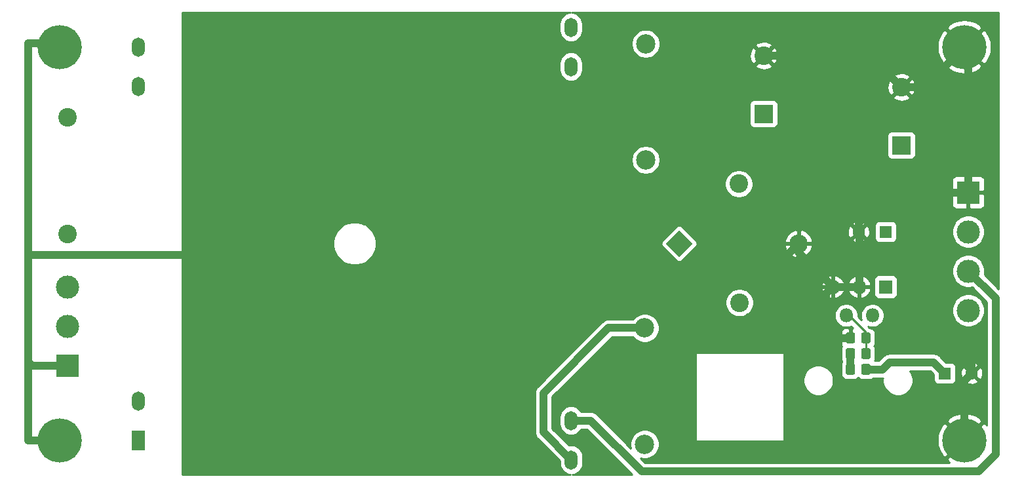
<source format=gbr>
%TF.GenerationSoftware,KiCad,Pcbnew,(5.1.9)-1*%
%TF.CreationDate,2021-06-27T18:44:15-04:00*%
%TF.ProjectId,C64PowerSupply,43363450-6f77-4657-9253-7570706c792e,A*%
%TF.SameCoordinates,Original*%
%TF.FileFunction,Copper,L2,Bot*%
%TF.FilePolarity,Positive*%
%FSLAX46Y46*%
G04 Gerber Fmt 4.6, Leading zero omitted, Abs format (unit mm)*
G04 Created by KiCad (PCBNEW (5.1.9)-1) date 2021-06-27 18:44:15*
%MOMM*%
%LPD*%
G01*
G04 APERTURE LIST*
%TA.AperFunction,ComponentPad*%
%ADD10C,3.000000*%
%TD*%
%TA.AperFunction,ComponentPad*%
%ADD11R,3.000000X3.000000*%
%TD*%
%TA.AperFunction,ComponentPad*%
%ADD12C,2.500000*%
%TD*%
%TA.AperFunction,ComponentPad*%
%ADD13C,5.700000*%
%TD*%
%TA.AperFunction,ComponentPad*%
%ADD14C,2.400000*%
%TD*%
%TA.AperFunction,ComponentPad*%
%ADD15C,0.100000*%
%TD*%
%TA.AperFunction,ComponentPad*%
%ADD16C,1.600000*%
%TD*%
%TA.AperFunction,ComponentPad*%
%ADD17R,1.600000X1.600000*%
%TD*%
%TA.AperFunction,ComponentPad*%
%ADD18O,1.800000X1.800000*%
%TD*%
%TA.AperFunction,ComponentPad*%
%ADD19R,1.800000X1.800000*%
%TD*%
%TA.AperFunction,ComponentPad*%
%ADD20R,2.400000X2.400000*%
%TD*%
%TA.AperFunction,ComponentPad*%
%ADD21R,1.700000X2.500000*%
%TD*%
%TA.AperFunction,ComponentPad*%
%ADD22O,1.700000X2.500000*%
%TD*%
%TA.AperFunction,Conductor*%
%ADD23C,1.000000*%
%TD*%
%TA.AperFunction,Conductor*%
%ADD24C,0.250000*%
%TD*%
%TA.AperFunction,Conductor*%
%ADD25C,0.254000*%
%TD*%
%TA.AperFunction,Conductor*%
%ADD26C,0.100000*%
%TD*%
G04 APERTURE END LIST*
D10*
%TO.P,J2,4*%
%TO.N,/9VAC+*%
X191008000Y-105156000D03*
D11*
%TO.P,J2,1*%
%TO.N,GND*%
X191008000Y-89916000D03*
D10*
%TO.P,J2,3*%
%TO.N,/9VAC-*%
X191008000Y-100076000D03*
%TO.P,J2,2*%
%TO.N,VCC*%
X191008000Y-94996000D03*
%TD*%
%TO.P,J1,3*%
%TO.N,/HOT*%
X74676000Y-102108000D03*
%TO.P,J1,2*%
%TO.N,/NEUTRAL*%
X74676000Y-107188000D03*
D11*
%TO.P,J1,1*%
%TO.N,GND*%
X74676000Y-112268000D03*
%TD*%
D12*
%TO.P,F2,2*%
%TO.N,Net-(F2-Pad2)*%
X149352000Y-70725000D03*
%TO.P,F2,1*%
%TO.N,Net-(D1-Pad4)*%
X149352000Y-85725000D03*
%TD*%
%TO.P,F1,2*%
%TO.N,Net-(F1-Pad2)*%
X149225000Y-107428000D03*
%TO.P,F1,1*%
%TO.N,/9VAC+*%
X149225000Y-122428000D03*
%TD*%
D13*
%TO.P,H4,1*%
%TO.N,GND*%
X73660000Y-121920000D03*
%TD*%
%TO.P,H3,1*%
%TO.N,GND*%
X190500000Y-121920000D03*
%TD*%
%TO.P,H2,1*%
%TO.N,GND*%
X190500000Y-71120000D03*
%TD*%
%TO.P,H1,1*%
%TO.N,GND*%
X73660000Y-71120000D03*
%TD*%
D14*
%TO.P,D1,2*%
%TO.N,Net-(D1-Pad2)*%
X161448175Y-104156753D03*
%TA.AperFunction,ComponentPad*%
D15*
%TO.P,D1,1*%
%TO.N,/VUNREG*%
G36*
X153670000Y-94822944D02*
G01*
X155367056Y-96520000D01*
X153670000Y-98217056D01*
X151972944Y-96520000D01*
X153670000Y-94822944D01*
G37*
%TD.AperFunction*%
D14*
%TO.P,D1,4*%
%TO.N,Net-(D1-Pad4)*%
X161377464Y-88812536D03*
%TO.P,D1,3*%
%TO.N,GND*%
X169084928Y-96520000D03*
%TD*%
%TO.P,R3,2*%
%TO.N,GND*%
%TA.AperFunction,SMDPad,CuDef*%
G36*
G01*
X176384000Y-108261999D02*
X176384000Y-109162001D01*
G75*
G02*
X176134001Y-109412000I-249999J0D01*
G01*
X175433999Y-109412000D01*
G75*
G02*
X175184000Y-109162001I0J249999D01*
G01*
X175184000Y-108261999D01*
G75*
G02*
X175433999Y-108012000I249999J0D01*
G01*
X176134001Y-108012000D01*
G75*
G02*
X176384000Y-108261999I0J-249999D01*
G01*
G37*
%TD.AperFunction*%
%TO.P,R3,1*%
%TO.N,/VADJ*%
%TA.AperFunction,SMDPad,CuDef*%
G36*
G01*
X178384000Y-108261999D02*
X178384000Y-109162001D01*
G75*
G02*
X178134001Y-109412000I-249999J0D01*
G01*
X177433999Y-109412000D01*
G75*
G02*
X177184000Y-109162001I0J249999D01*
G01*
X177184000Y-108261999D01*
G75*
G02*
X177433999Y-108012000I249999J0D01*
G01*
X178134001Y-108012000D01*
G75*
G02*
X178384000Y-108261999I0J-249999D01*
G01*
G37*
%TD.AperFunction*%
%TD*%
%TO.P,R2,2*%
%TO.N,/VADJ*%
%TA.AperFunction,SMDPad,CuDef*%
G36*
G01*
X177184000Y-111194001D02*
X177184000Y-110293999D01*
G75*
G02*
X177433999Y-110044000I249999J0D01*
G01*
X178134001Y-110044000D01*
G75*
G02*
X178384000Y-110293999I0J-249999D01*
G01*
X178384000Y-111194001D01*
G75*
G02*
X178134001Y-111444000I-249999J0D01*
G01*
X177433999Y-111444000D01*
G75*
G02*
X177184000Y-111194001I0J249999D01*
G01*
G37*
%TD.AperFunction*%
%TO.P,R2,1*%
%TO.N,Net-(R1-Pad2)*%
%TA.AperFunction,SMDPad,CuDef*%
G36*
G01*
X175184000Y-111194001D02*
X175184000Y-110293999D01*
G75*
G02*
X175433999Y-110044000I249999J0D01*
G01*
X176134001Y-110044000D01*
G75*
G02*
X176384000Y-110293999I0J-249999D01*
G01*
X176384000Y-111194001D01*
G75*
G02*
X176134001Y-111444000I-249999J0D01*
G01*
X175433999Y-111444000D01*
G75*
G02*
X175184000Y-111194001I0J249999D01*
G01*
G37*
%TD.AperFunction*%
%TD*%
%TO.P,R1,2*%
%TO.N,Net-(R1-Pad2)*%
%TA.AperFunction,SMDPad,CuDef*%
G36*
G01*
X176384000Y-112325999D02*
X176384000Y-113226001D01*
G75*
G02*
X176134001Y-113476000I-249999J0D01*
G01*
X175433999Y-113476000D01*
G75*
G02*
X175184000Y-113226001I0J249999D01*
G01*
X175184000Y-112325999D01*
G75*
G02*
X175433999Y-112076000I249999J0D01*
G01*
X176134001Y-112076000D01*
G75*
G02*
X176384000Y-112325999I0J-249999D01*
G01*
G37*
%TD.AperFunction*%
%TO.P,R1,1*%
%TO.N,VCC*%
%TA.AperFunction,SMDPad,CuDef*%
G36*
G01*
X178384000Y-112325999D02*
X178384000Y-113226001D01*
G75*
G02*
X178134001Y-113476000I-249999J0D01*
G01*
X177433999Y-113476000D01*
G75*
G02*
X177184000Y-113226001I0J249999D01*
G01*
X177184000Y-112325999D01*
G75*
G02*
X177433999Y-112076000I249999J0D01*
G01*
X178134001Y-112076000D01*
G75*
G02*
X178384000Y-112325999I0J-249999D01*
G01*
G37*
%TD.AperFunction*%
%TD*%
D16*
%TO.P,C5,2*%
%TO.N,GND*%
X191460000Y-113284000D03*
D17*
%TO.P,C5,1*%
%TO.N,VCC*%
X187960000Y-113284000D03*
%TD*%
D18*
%TO.P,U1,5*%
%TO.N,GND*%
X173540000Y-102108000D03*
%TO.P,U1,4*%
%TO.N,/VADJ*%
X175240000Y-105808000D03*
%TO.P,U1,3*%
%TO.N,GND*%
X176940000Y-102108000D03*
%TO.P,U1,2*%
%TO.N,/REG-OUT*%
X178640000Y-105808000D03*
D19*
%TO.P,U1,1*%
%TO.N,/VUNREG*%
X180340000Y-102108000D03*
%TD*%
D16*
%TO.P,C4,2*%
%TO.N,GND*%
X176840000Y-94996000D03*
D17*
%TO.P,C4,1*%
%TO.N,/VUNREG*%
X180340000Y-94996000D03*
%TD*%
D14*
%TO.P,C3,2*%
%TO.N,GND*%
X182372000Y-76320000D03*
D20*
%TO.P,C3,1*%
%TO.N,/VUNREG*%
X182372000Y-83820000D03*
%TD*%
D14*
%TO.P,C2,2*%
%TO.N,GND*%
X164592000Y-72256000D03*
D20*
%TO.P,C2,1*%
%TO.N,/VUNREG*%
X164592000Y-79756000D03*
%TD*%
D14*
%TO.P,C1,2*%
%TO.N,/NEUTRAL*%
X74676000Y-80250000D03*
%TO.P,C1,1*%
%TO.N,/HOT*%
X74676000Y-95250000D03*
%TD*%
D21*
%TO.P,TR1,1*%
%TO.N,/HOT*%
X83820000Y-121920000D03*
D22*
%TO.P,TR1,2*%
%TO.N,/NEUTRAL*%
X83790000Y-116840000D03*
%TO.P,TR1,4*%
X83790000Y-71120000D03*
%TO.P,TR1,5*%
%TO.N,Net-(D1-Pad2)*%
X139700000Y-68580000D03*
%TO.P,TR1,6*%
%TO.N,Net-(F2-Pad2)*%
X139700000Y-73660000D03*
%TO.P,TR1,7*%
%TO.N,/9VAC-*%
X139700000Y-119380000D03*
%TO.P,TR1,8*%
%TO.N,Net-(F1-Pad2)*%
X139730000Y-124460000D03*
%TO.P,TR1,3*%
%TO.N,/HOT*%
X83820000Y-76200000D03*
%TD*%
D23*
%TO.N,GND*%
X74676000Y-120904000D02*
X73660000Y-121920000D01*
X178308000Y-72256000D02*
X182372000Y-76320000D01*
X164592000Y-72256000D02*
X178308000Y-72256000D01*
X185300000Y-76320000D02*
X182372000Y-76320000D01*
X190500000Y-71120000D02*
X185300000Y-76320000D01*
X191008000Y-71628000D02*
X190500000Y-71120000D01*
X191008000Y-89916000D02*
X191008000Y-71628000D01*
X191460000Y-112152630D02*
X187851360Y-108543990D01*
X191460000Y-113284000D02*
X191460000Y-112152630D01*
X176940000Y-102108000D02*
X173540000Y-102108000D01*
X169084928Y-97652928D02*
X173540000Y-102108000D01*
X169084928Y-96520000D02*
X169084928Y-97652928D01*
X176940000Y-95096000D02*
X176840000Y-94996000D01*
X176940000Y-102108000D02*
X176940000Y-95096000D01*
X176840000Y-93864630D02*
X180788630Y-89916000D01*
X176840000Y-94996000D02*
X176840000Y-93864630D01*
X184235990Y-90592010D02*
X184912000Y-89916000D01*
X184235990Y-108543990D02*
X184235990Y-90592010D01*
X184912000Y-89916000D02*
X191008000Y-89916000D01*
X180788630Y-89916000D02*
X184912000Y-89916000D01*
X187851360Y-108543990D02*
X184235990Y-108543990D01*
X190500000Y-114244000D02*
X191460000Y-113284000D01*
X190500000Y-121920000D02*
X190500000Y-114244000D01*
X174584236Y-108712000D02*
X175784000Y-108712000D01*
X172640001Y-106767765D02*
X174584236Y-108712000D01*
X172640001Y-103007999D02*
X172640001Y-106767765D01*
X173540000Y-102108000D02*
X172640001Y-103007999D01*
X69629492Y-121920000D02*
X69605010Y-121895518D01*
X73660000Y-121920000D02*
X69629492Y-121920000D01*
X73152000Y-70612000D02*
X73660000Y-71120000D01*
X69605010Y-70612000D02*
X73152000Y-70612000D01*
X70104000Y-112268000D02*
X69605010Y-111769010D01*
X74676000Y-112268000D02*
X70104000Y-112268000D01*
X69605010Y-121895518D02*
X69605010Y-111769010D01*
X165887862Y-99717066D02*
X169084928Y-96520000D01*
X110295064Y-99717066D02*
X126850934Y-99717066D01*
X69605010Y-98034990D02*
X108612988Y-98034990D01*
X108612988Y-98034990D02*
X110295064Y-99717066D01*
X126850934Y-99717066D02*
X165887862Y-99717066D01*
X124818934Y-99717066D02*
X126850934Y-99717066D01*
X69605010Y-111769010D02*
X69605010Y-98034990D01*
X69605010Y-98034990D02*
X69605010Y-70612000D01*
%TO.N,Net-(F1-Pad2)*%
X136144000Y-120874000D02*
X139730000Y-124460000D01*
X136144000Y-115824000D02*
X136144000Y-120874000D01*
X144540000Y-107428000D02*
X136144000Y-115824000D01*
X149225000Y-107428000D02*
X144540000Y-107428000D01*
%TO.N,Net-(R1-Pad2)*%
X175784000Y-112776000D02*
X175784000Y-110744000D01*
%TO.N,VCC*%
X186540899Y-111864899D02*
X187960000Y-113284000D01*
X180807419Y-111864899D02*
X186540899Y-111864899D01*
X179896318Y-112776000D02*
X180807419Y-111864899D01*
X177784000Y-112776000D02*
X179896318Y-112776000D01*
D24*
%TO.N,/VADJ*%
X177784000Y-110744000D02*
X177784000Y-108712000D01*
X175580000Y-105808000D02*
X175240000Y-105808000D01*
X177784000Y-108012000D02*
X175580000Y-105808000D01*
X177784000Y-108712000D02*
X177784000Y-108012000D01*
D23*
%TO.N,/9VAC-*%
X194554990Y-103622990D02*
X191008000Y-100076000D01*
X192342011Y-125974990D02*
X194554990Y-123762011D01*
X194554990Y-123762011D02*
X194554990Y-103622990D01*
X148834990Y-125974990D02*
X192342011Y-125974990D01*
X142240000Y-119380000D02*
X148834990Y-125974990D01*
X139700000Y-119380000D02*
X142240000Y-119380000D01*
%TD*%
D25*
%TO.N,GND*%
X139408889Y-66716487D02*
X139128966Y-66801401D01*
X138870986Y-66939294D01*
X138644866Y-67124866D01*
X138459294Y-67350987D01*
X138321401Y-67608967D01*
X138236487Y-67888890D01*
X138215000Y-68107051D01*
X138215000Y-69052950D01*
X138236487Y-69271111D01*
X138321401Y-69551034D01*
X138459294Y-69809014D01*
X138644866Y-70035134D01*
X138870987Y-70220706D01*
X139128967Y-70358599D01*
X139408890Y-70443513D01*
X139700000Y-70472185D01*
X139991111Y-70443513D01*
X140271034Y-70358599D01*
X140529014Y-70220706D01*
X140755134Y-70035134D01*
X140940706Y-69809014D01*
X141078599Y-69551034D01*
X141163513Y-69271111D01*
X141185000Y-69052949D01*
X141185000Y-68667967D01*
X188227572Y-68667967D01*
X190500000Y-70940395D01*
X192772428Y-68667967D01*
X192454243Y-68214150D01*
X191849790Y-67888731D01*
X191193465Y-67687488D01*
X190510490Y-67618155D01*
X189827112Y-67683395D01*
X189169593Y-67880702D01*
X188563201Y-68202494D01*
X188545757Y-68214150D01*
X188227572Y-68667967D01*
X141185000Y-68667967D01*
X141185000Y-68107050D01*
X141163513Y-67888889D01*
X141078599Y-67608966D01*
X140940706Y-67350986D01*
X140755134Y-67124866D01*
X140529013Y-66939294D01*
X140271033Y-66801401D01*
X139991110Y-66716487D01*
X139823716Y-66700000D01*
X194920000Y-66700000D01*
X194920001Y-102382869D01*
X193089977Y-100552845D01*
X193143000Y-100286279D01*
X193143000Y-99865721D01*
X193060953Y-99453244D01*
X192900012Y-99064698D01*
X192666363Y-98715017D01*
X192368983Y-98417637D01*
X192019302Y-98183988D01*
X191630756Y-98023047D01*
X191218279Y-97941000D01*
X190797721Y-97941000D01*
X190385244Y-98023047D01*
X189996698Y-98183988D01*
X189647017Y-98417637D01*
X189349637Y-98715017D01*
X189115988Y-99064698D01*
X188955047Y-99453244D01*
X188873000Y-99865721D01*
X188873000Y-100286279D01*
X188955047Y-100698756D01*
X189115988Y-101087302D01*
X189349637Y-101436983D01*
X189647017Y-101734363D01*
X189996698Y-101968012D01*
X190385244Y-102128953D01*
X190797721Y-102211000D01*
X191218279Y-102211000D01*
X191484845Y-102157977D01*
X193419991Y-104093123D01*
X193419990Y-119987882D01*
X193417506Y-119983201D01*
X193405850Y-119965757D01*
X192952033Y-119647572D01*
X190679605Y-121920000D01*
X190693748Y-121934143D01*
X190514143Y-122113748D01*
X190500000Y-122099605D01*
X188227572Y-124372033D01*
X188545757Y-124825850D01*
X188572021Y-124839990D01*
X149305122Y-124839990D01*
X148713273Y-124248141D01*
X149039344Y-124313000D01*
X149410656Y-124313000D01*
X149774834Y-124240561D01*
X150117882Y-124098466D01*
X150426618Y-123892175D01*
X150689175Y-123629618D01*
X150895466Y-123320882D01*
X151037561Y-122977834D01*
X151110000Y-122613656D01*
X151110000Y-122242344D01*
X151037561Y-121878166D01*
X150895466Y-121535118D01*
X150689175Y-121226382D01*
X150426618Y-120963825D01*
X150117882Y-120757534D01*
X149774834Y-120615439D01*
X149410656Y-120543000D01*
X149039344Y-120543000D01*
X148675166Y-120615439D01*
X148332118Y-120757534D01*
X148023382Y-120963825D01*
X147760825Y-121226382D01*
X147554534Y-121535118D01*
X147412439Y-121878166D01*
X147340000Y-122242344D01*
X147340000Y-122613656D01*
X147404859Y-122939728D01*
X143081996Y-118616865D01*
X143046449Y-118573551D01*
X142873623Y-118431716D01*
X142676447Y-118326324D01*
X142462499Y-118261423D01*
X142295752Y-118245000D01*
X142295751Y-118245000D01*
X142240000Y-118239509D01*
X142184249Y-118245000D01*
X140990957Y-118245000D01*
X140940706Y-118150986D01*
X140755134Y-117924866D01*
X140529013Y-117739294D01*
X140271033Y-117601401D01*
X139991110Y-117516487D01*
X139700000Y-117487815D01*
X139408889Y-117516487D01*
X139128966Y-117601401D01*
X138870986Y-117739294D01*
X138644866Y-117924866D01*
X138459294Y-118150987D01*
X138321401Y-118408967D01*
X138236487Y-118688890D01*
X138215000Y-118907051D01*
X138215000Y-119852950D01*
X138236487Y-120071111D01*
X138321401Y-120351034D01*
X138459294Y-120609014D01*
X138644866Y-120835134D01*
X138870987Y-121020706D01*
X139128967Y-121158599D01*
X139408890Y-121243513D01*
X139700000Y-121272185D01*
X139991111Y-121243513D01*
X140271034Y-121158599D01*
X140529014Y-121020706D01*
X140755134Y-120835134D01*
X140940706Y-120609014D01*
X140990957Y-120515000D01*
X141769869Y-120515000D01*
X147594868Y-126340000D01*
X139853716Y-126340000D01*
X140021111Y-126323513D01*
X140301034Y-126238599D01*
X140559014Y-126100706D01*
X140785134Y-125915134D01*
X140970706Y-125689014D01*
X141108599Y-125431034D01*
X141193513Y-125151111D01*
X141215000Y-124932949D01*
X141215000Y-123987050D01*
X141193513Y-123768889D01*
X141108599Y-123488966D01*
X140970706Y-123230986D01*
X140785134Y-123004866D01*
X140559013Y-122819294D01*
X140301033Y-122681401D01*
X140021110Y-122596487D01*
X139730000Y-122567815D01*
X139468684Y-122593552D01*
X137279000Y-120403869D01*
X137279000Y-116294131D01*
X142829131Y-110744000D01*
X155829000Y-110744000D01*
X155829000Y-121920000D01*
X155831440Y-121944776D01*
X155838667Y-121968601D01*
X155850403Y-121990557D01*
X155866197Y-122009803D01*
X155885443Y-122025597D01*
X155907399Y-122037333D01*
X155931224Y-122044560D01*
X155956000Y-122047000D01*
X167132000Y-122047000D01*
X167156776Y-122044560D01*
X167180601Y-122037333D01*
X167202557Y-122025597D01*
X167221803Y-122009803D01*
X167237597Y-121990557D01*
X167249333Y-121968601D01*
X167256560Y-121944776D01*
X167259000Y-121920000D01*
X167259000Y-121909510D01*
X186998155Y-121909510D01*
X187063395Y-122592888D01*
X187260702Y-123250407D01*
X187582494Y-123856799D01*
X187594150Y-123874243D01*
X188047967Y-124192428D01*
X190320395Y-121920000D01*
X188047967Y-119647572D01*
X187594150Y-119965757D01*
X187268731Y-120570210D01*
X187067488Y-121226535D01*
X186998155Y-121909510D01*
X167259000Y-121909510D01*
X167259000Y-119467967D01*
X188227572Y-119467967D01*
X190500000Y-121740395D01*
X192772428Y-119467967D01*
X192454243Y-119014150D01*
X191849790Y-118688731D01*
X191193465Y-118487488D01*
X190510490Y-118418155D01*
X189827112Y-118483395D01*
X189169593Y-118680702D01*
X188563201Y-119002494D01*
X188545757Y-119014150D01*
X188227572Y-119467967D01*
X167259000Y-119467967D01*
X167259000Y-114004520D01*
X169672000Y-114004520D01*
X169672000Y-114392280D01*
X169747648Y-114772590D01*
X169896038Y-115130835D01*
X170111466Y-115453246D01*
X170385654Y-115727434D01*
X170708065Y-115942862D01*
X171066310Y-116091252D01*
X171446620Y-116166900D01*
X171834380Y-116166900D01*
X172214690Y-116091252D01*
X172572935Y-115942862D01*
X172895346Y-115727434D01*
X173169534Y-115453246D01*
X173384962Y-115130835D01*
X173533352Y-114772590D01*
X173609000Y-114392280D01*
X173609000Y-114004520D01*
X173533352Y-113624210D01*
X173384962Y-113265965D01*
X173169534Y-112943554D01*
X172895346Y-112669366D01*
X172572935Y-112453938D01*
X172214690Y-112305548D01*
X171834380Y-112229900D01*
X171446620Y-112229900D01*
X171066310Y-112305548D01*
X170708065Y-112453938D01*
X170385654Y-112669366D01*
X170111466Y-112943554D01*
X169896038Y-113265965D01*
X169747648Y-113624210D01*
X169672000Y-114004520D01*
X167259000Y-114004520D01*
X167259000Y-110744000D01*
X167256560Y-110719224D01*
X167249333Y-110695399D01*
X167237597Y-110673443D01*
X167221803Y-110654197D01*
X167202557Y-110638403D01*
X167180601Y-110626667D01*
X167156776Y-110619440D01*
X167132000Y-110617000D01*
X155956000Y-110617000D01*
X155931224Y-110619440D01*
X155907399Y-110626667D01*
X155885443Y-110638403D01*
X155866197Y-110654197D01*
X155850403Y-110673443D01*
X155838667Y-110695399D01*
X155831440Y-110719224D01*
X155829000Y-110744000D01*
X142829131Y-110744000D01*
X145010132Y-108563000D01*
X147716312Y-108563000D01*
X147760825Y-108629618D01*
X148023382Y-108892175D01*
X148332118Y-109098466D01*
X148675166Y-109240561D01*
X149039344Y-109313000D01*
X149410656Y-109313000D01*
X149774834Y-109240561D01*
X150117882Y-109098466D01*
X150426618Y-108892175D01*
X150689175Y-108629618D01*
X150895466Y-108320882D01*
X151023408Y-108012000D01*
X174545928Y-108012000D01*
X174549000Y-108426250D01*
X174707750Y-108585000D01*
X175657000Y-108585000D01*
X175657000Y-107535750D01*
X175498250Y-107377000D01*
X175184000Y-107373928D01*
X175059518Y-107386188D01*
X174939820Y-107422498D01*
X174829506Y-107481463D01*
X174732815Y-107560815D01*
X174653463Y-107657506D01*
X174594498Y-107767820D01*
X174558188Y-107887518D01*
X174545928Y-108012000D01*
X151023408Y-108012000D01*
X151037561Y-107977834D01*
X151110000Y-107613656D01*
X151110000Y-107242344D01*
X151037561Y-106878166D01*
X150895466Y-106535118D01*
X150689175Y-106226382D01*
X150426618Y-105963825D01*
X150117882Y-105757534D01*
X149774834Y-105615439D01*
X149410656Y-105543000D01*
X149039344Y-105543000D01*
X148675166Y-105615439D01*
X148332118Y-105757534D01*
X148023382Y-105963825D01*
X147760825Y-106226382D01*
X147716312Y-106293000D01*
X144595751Y-106293000D01*
X144539999Y-106287509D01*
X144484248Y-106293000D01*
X144317501Y-106309423D01*
X144103553Y-106374324D01*
X143906377Y-106479716D01*
X143733551Y-106621551D01*
X143698009Y-106664859D01*
X135380865Y-114982004D01*
X135337551Y-115017551D01*
X135195716Y-115190377D01*
X135091761Y-115384866D01*
X135090324Y-115387554D01*
X135025423Y-115601502D01*
X135003509Y-115824000D01*
X135009000Y-115879752D01*
X135009001Y-120818239D01*
X135003509Y-120874000D01*
X135025423Y-121096498D01*
X135090324Y-121310446D01*
X135090325Y-121310447D01*
X135195717Y-121507623D01*
X135337552Y-121680449D01*
X135380860Y-121715991D01*
X138245000Y-124580132D01*
X138245000Y-124932950D01*
X138266487Y-125151111D01*
X138351401Y-125431034D01*
X138489294Y-125689014D01*
X138674866Y-125915134D01*
X138900987Y-126100706D01*
X139158967Y-126238599D01*
X139438890Y-126323513D01*
X139606284Y-126340000D01*
X89535000Y-126340000D01*
X89535000Y-103976021D01*
X159613175Y-103976021D01*
X159613175Y-104337485D01*
X159683693Y-104692003D01*
X159822019Y-105025952D01*
X160022837Y-105326497D01*
X160278431Y-105582091D01*
X160578976Y-105782909D01*
X160912925Y-105921235D01*
X161267443Y-105991753D01*
X161628907Y-105991753D01*
X161983425Y-105921235D01*
X162317374Y-105782909D01*
X162506085Y-105656816D01*
X173705000Y-105656816D01*
X173705000Y-105959184D01*
X173763989Y-106255743D01*
X173879701Y-106535095D01*
X174047688Y-106786505D01*
X174261495Y-107000312D01*
X174512905Y-107168299D01*
X174792257Y-107284011D01*
X175088816Y-107343000D01*
X175391184Y-107343000D01*
X175687743Y-107284011D01*
X175895255Y-107198056D01*
X176074155Y-107376957D01*
X176069750Y-107377000D01*
X175911000Y-107535750D01*
X175911000Y-108585000D01*
X175931000Y-108585000D01*
X175931000Y-108839000D01*
X175911000Y-108839000D01*
X175911000Y-108859000D01*
X175657000Y-108859000D01*
X175657000Y-108839000D01*
X174707750Y-108839000D01*
X174549000Y-108997750D01*
X174545928Y-109412000D01*
X174558188Y-109536482D01*
X174594498Y-109656180D01*
X174653463Y-109766494D01*
X174690021Y-109811041D01*
X174613528Y-109954149D01*
X174562992Y-110120745D01*
X174545928Y-110293999D01*
X174545928Y-111194001D01*
X174562992Y-111367255D01*
X174613528Y-111533851D01*
X174649001Y-111600215D01*
X174649000Y-111919785D01*
X174613528Y-111986149D01*
X174562992Y-112152745D01*
X174545928Y-112325999D01*
X174545928Y-113226001D01*
X174562992Y-113399255D01*
X174613528Y-113565851D01*
X174695595Y-113719387D01*
X174806038Y-113853962D01*
X174940613Y-113964405D01*
X175094149Y-114046472D01*
X175260745Y-114097008D01*
X175433999Y-114114072D01*
X176134001Y-114114072D01*
X176307255Y-114097008D01*
X176473851Y-114046472D01*
X176627387Y-113964405D01*
X176761962Y-113853962D01*
X176784000Y-113827109D01*
X176806038Y-113853962D01*
X176940613Y-113964405D01*
X177094149Y-114046472D01*
X177260745Y-114097008D01*
X177433999Y-114114072D01*
X178134001Y-114114072D01*
X178307255Y-114097008D01*
X178473851Y-114046472D01*
X178627387Y-113964405D01*
X178692461Y-113911000D01*
X179840567Y-113911000D01*
X179896318Y-113916491D01*
X179952069Y-113911000D01*
X179952070Y-113911000D01*
X179978112Y-113908435D01*
X179959000Y-114004520D01*
X179959000Y-114392280D01*
X180034648Y-114772590D01*
X180183038Y-115130835D01*
X180398466Y-115453246D01*
X180672654Y-115727434D01*
X180995065Y-115942862D01*
X181353310Y-116091252D01*
X181733620Y-116166900D01*
X182121380Y-116166900D01*
X182501690Y-116091252D01*
X182859935Y-115942862D01*
X183182346Y-115727434D01*
X183456534Y-115453246D01*
X183671962Y-115130835D01*
X183820352Y-114772590D01*
X183896000Y-114392280D01*
X183896000Y-114004520D01*
X183820352Y-113624210D01*
X183671962Y-113265965D01*
X183494183Y-112999899D01*
X186070768Y-112999899D01*
X186521928Y-113451060D01*
X186521928Y-114084000D01*
X186534188Y-114208482D01*
X186570498Y-114328180D01*
X186629463Y-114438494D01*
X186708815Y-114535185D01*
X186805506Y-114614537D01*
X186915820Y-114673502D01*
X187035518Y-114709812D01*
X187160000Y-114722072D01*
X188760000Y-114722072D01*
X188884482Y-114709812D01*
X189004180Y-114673502D01*
X189114494Y-114614537D01*
X189211185Y-114535185D01*
X189290537Y-114438494D01*
X189349502Y-114328180D01*
X189365117Y-114276702D01*
X190646903Y-114276702D01*
X190718486Y-114520671D01*
X190973996Y-114641571D01*
X191248184Y-114710300D01*
X191530512Y-114724217D01*
X191810130Y-114682787D01*
X192076292Y-114587603D01*
X192201514Y-114520671D01*
X192273097Y-114276702D01*
X191460000Y-113463605D01*
X190646903Y-114276702D01*
X189365117Y-114276702D01*
X189385812Y-114208482D01*
X189398072Y-114084000D01*
X189398072Y-113354512D01*
X190019783Y-113354512D01*
X190061213Y-113634130D01*
X190156397Y-113900292D01*
X190223329Y-114025514D01*
X190467298Y-114097097D01*
X191280395Y-113284000D01*
X191639605Y-113284000D01*
X192452702Y-114097097D01*
X192696671Y-114025514D01*
X192817571Y-113770004D01*
X192886300Y-113495816D01*
X192900217Y-113213488D01*
X192858787Y-112933870D01*
X192763603Y-112667708D01*
X192696671Y-112542486D01*
X192452702Y-112470903D01*
X191639605Y-113284000D01*
X191280395Y-113284000D01*
X190467298Y-112470903D01*
X190223329Y-112542486D01*
X190102429Y-112797996D01*
X190033700Y-113072184D01*
X190019783Y-113354512D01*
X189398072Y-113354512D01*
X189398072Y-112484000D01*
X189385812Y-112359518D01*
X189365118Y-112291298D01*
X190646903Y-112291298D01*
X191460000Y-113104395D01*
X192273097Y-112291298D01*
X192201514Y-112047329D01*
X191946004Y-111926429D01*
X191671816Y-111857700D01*
X191389488Y-111843783D01*
X191109870Y-111885213D01*
X190843708Y-111980397D01*
X190718486Y-112047329D01*
X190646903Y-112291298D01*
X189365118Y-112291298D01*
X189349502Y-112239820D01*
X189290537Y-112129506D01*
X189211185Y-112032815D01*
X189114494Y-111953463D01*
X189004180Y-111894498D01*
X188884482Y-111858188D01*
X188760000Y-111845928D01*
X188127060Y-111845928D01*
X187382895Y-111101764D01*
X187347348Y-111058450D01*
X187174522Y-110916615D01*
X186977346Y-110811223D01*
X186763398Y-110746322D01*
X186596651Y-110729899D01*
X186596650Y-110729899D01*
X186540899Y-110724408D01*
X186485148Y-110729899D01*
X180863160Y-110729899D01*
X180807418Y-110724409D01*
X180751676Y-110729899D01*
X180751667Y-110729899D01*
X180584920Y-110746322D01*
X180370972Y-110811223D01*
X180173796Y-110916615D01*
X180000970Y-111058450D01*
X179965427Y-111101759D01*
X179426187Y-111641000D01*
X178897199Y-111641000D01*
X178954472Y-111533851D01*
X179005008Y-111367255D01*
X179022072Y-111194001D01*
X179022072Y-110293999D01*
X179005008Y-110120745D01*
X178954472Y-109954149D01*
X178872405Y-109800613D01*
X178812813Y-109728000D01*
X178872405Y-109655387D01*
X178954472Y-109501851D01*
X179005008Y-109335255D01*
X179022072Y-109162001D01*
X179022072Y-108261999D01*
X179005008Y-108088745D01*
X178954472Y-107922149D01*
X178872405Y-107768613D01*
X178761962Y-107634038D01*
X178627387Y-107523595D01*
X178473851Y-107441528D01*
X178307255Y-107390992D01*
X178230205Y-107383403D01*
X178087365Y-107240563D01*
X178192257Y-107284011D01*
X178488816Y-107343000D01*
X178791184Y-107343000D01*
X179087743Y-107284011D01*
X179367095Y-107168299D01*
X179618505Y-107000312D01*
X179832312Y-106786505D01*
X180000299Y-106535095D01*
X180116011Y-106255743D01*
X180175000Y-105959184D01*
X180175000Y-105656816D01*
X180116011Y-105360257D01*
X180000299Y-105080905D01*
X179909972Y-104945721D01*
X188873000Y-104945721D01*
X188873000Y-105366279D01*
X188955047Y-105778756D01*
X189115988Y-106167302D01*
X189349637Y-106516983D01*
X189647017Y-106814363D01*
X189996698Y-107048012D01*
X190385244Y-107208953D01*
X190797721Y-107291000D01*
X191218279Y-107291000D01*
X191630756Y-107208953D01*
X192019302Y-107048012D01*
X192368983Y-106814363D01*
X192666363Y-106516983D01*
X192900012Y-106167302D01*
X193060953Y-105778756D01*
X193143000Y-105366279D01*
X193143000Y-104945721D01*
X193060953Y-104533244D01*
X192900012Y-104144698D01*
X192666363Y-103795017D01*
X192368983Y-103497637D01*
X192019302Y-103263988D01*
X191630756Y-103103047D01*
X191218279Y-103021000D01*
X190797721Y-103021000D01*
X190385244Y-103103047D01*
X189996698Y-103263988D01*
X189647017Y-103497637D01*
X189349637Y-103795017D01*
X189115988Y-104144698D01*
X188955047Y-104533244D01*
X188873000Y-104945721D01*
X179909972Y-104945721D01*
X179832312Y-104829495D01*
X179618505Y-104615688D01*
X179367095Y-104447701D01*
X179087743Y-104331989D01*
X178791184Y-104273000D01*
X178488816Y-104273000D01*
X178192257Y-104331989D01*
X177912905Y-104447701D01*
X177661495Y-104615688D01*
X177447688Y-104829495D01*
X177279701Y-105080905D01*
X177163989Y-105360257D01*
X177105000Y-105656816D01*
X177105000Y-105959184D01*
X177163989Y-106255743D01*
X177207437Y-106360636D01*
X176775000Y-105928199D01*
X176775000Y-105656816D01*
X176716011Y-105360257D01*
X176600299Y-105080905D01*
X176432312Y-104829495D01*
X176218505Y-104615688D01*
X175967095Y-104447701D01*
X175687743Y-104331989D01*
X175391184Y-104273000D01*
X175088816Y-104273000D01*
X174792257Y-104331989D01*
X174512905Y-104447701D01*
X174261495Y-104615688D01*
X174047688Y-104829495D01*
X173879701Y-105080905D01*
X173763989Y-105360257D01*
X173705000Y-105656816D01*
X162506085Y-105656816D01*
X162617919Y-105582091D01*
X162873513Y-105326497D01*
X163074331Y-105025952D01*
X163212657Y-104692003D01*
X163283175Y-104337485D01*
X163283175Y-103976021D01*
X163212657Y-103621503D01*
X163074331Y-103287554D01*
X162873513Y-102987009D01*
X162617919Y-102731415D01*
X162317374Y-102530597D01*
X162177695Y-102472740D01*
X172048964Y-102472740D01*
X172097606Y-102633107D01*
X172227764Y-102904414D01*
X172408351Y-103145116D01*
X172632427Y-103345962D01*
X172891380Y-103499234D01*
X173175259Y-103599041D01*
X173413000Y-103478992D01*
X173413000Y-102235000D01*
X173667000Y-102235000D01*
X173667000Y-103478992D01*
X173904741Y-103599041D01*
X174188620Y-103499234D01*
X174447573Y-103345962D01*
X174671649Y-103145116D01*
X174852236Y-102904414D01*
X174982394Y-102633107D01*
X175031036Y-102472740D01*
X175448964Y-102472740D01*
X175497606Y-102633107D01*
X175627764Y-102904414D01*
X175808351Y-103145116D01*
X176032427Y-103345962D01*
X176291380Y-103499234D01*
X176575259Y-103599041D01*
X176813000Y-103478992D01*
X176813000Y-102235000D01*
X177067000Y-102235000D01*
X177067000Y-103478992D01*
X177304741Y-103599041D01*
X177588620Y-103499234D01*
X177847573Y-103345962D01*
X178071649Y-103145116D01*
X178252236Y-102904414D01*
X178382394Y-102633107D01*
X178431036Y-102472740D01*
X178310378Y-102235000D01*
X177067000Y-102235000D01*
X176813000Y-102235000D01*
X175569622Y-102235000D01*
X175448964Y-102472740D01*
X175031036Y-102472740D01*
X174910378Y-102235000D01*
X173667000Y-102235000D01*
X173413000Y-102235000D01*
X172169622Y-102235000D01*
X172048964Y-102472740D01*
X162177695Y-102472740D01*
X161983425Y-102392271D01*
X161628907Y-102321753D01*
X161267443Y-102321753D01*
X160912925Y-102392271D01*
X160578976Y-102530597D01*
X160278431Y-102731415D01*
X160022837Y-102987009D01*
X159822019Y-103287554D01*
X159683693Y-103621503D01*
X159613175Y-103976021D01*
X89535000Y-103976021D01*
X89535000Y-101743260D01*
X172048964Y-101743260D01*
X172169622Y-101981000D01*
X173413000Y-101981000D01*
X173413000Y-100737008D01*
X173667000Y-100737008D01*
X173667000Y-101981000D01*
X174910378Y-101981000D01*
X175031036Y-101743260D01*
X175448964Y-101743260D01*
X175569622Y-101981000D01*
X176813000Y-101981000D01*
X176813000Y-100737008D01*
X177067000Y-100737008D01*
X177067000Y-101981000D01*
X178310378Y-101981000D01*
X178431036Y-101743260D01*
X178382394Y-101582893D01*
X178252236Y-101311586D01*
X178174521Y-101208000D01*
X178801928Y-101208000D01*
X178801928Y-103008000D01*
X178814188Y-103132482D01*
X178850498Y-103252180D01*
X178909463Y-103362494D01*
X178988815Y-103459185D01*
X179085506Y-103538537D01*
X179195820Y-103597502D01*
X179315518Y-103633812D01*
X179440000Y-103646072D01*
X181240000Y-103646072D01*
X181364482Y-103633812D01*
X181484180Y-103597502D01*
X181594494Y-103538537D01*
X181691185Y-103459185D01*
X181770537Y-103362494D01*
X181829502Y-103252180D01*
X181865812Y-103132482D01*
X181878072Y-103008000D01*
X181878072Y-101208000D01*
X181865812Y-101083518D01*
X181829502Y-100963820D01*
X181770537Y-100853506D01*
X181691185Y-100756815D01*
X181594494Y-100677463D01*
X181484180Y-100618498D01*
X181364482Y-100582188D01*
X181240000Y-100569928D01*
X179440000Y-100569928D01*
X179315518Y-100582188D01*
X179195820Y-100618498D01*
X179085506Y-100677463D01*
X178988815Y-100756815D01*
X178909463Y-100853506D01*
X178850498Y-100963820D01*
X178814188Y-101083518D01*
X178801928Y-101208000D01*
X178174521Y-101208000D01*
X178071649Y-101070884D01*
X177847573Y-100870038D01*
X177588620Y-100716766D01*
X177304741Y-100616959D01*
X177067000Y-100737008D01*
X176813000Y-100737008D01*
X176575259Y-100616959D01*
X176291380Y-100716766D01*
X176032427Y-100870038D01*
X175808351Y-101070884D01*
X175627764Y-101311586D01*
X175497606Y-101582893D01*
X175448964Y-101743260D01*
X175031036Y-101743260D01*
X174982394Y-101582893D01*
X174852236Y-101311586D01*
X174671649Y-101070884D01*
X174447573Y-100870038D01*
X174188620Y-100716766D01*
X173904741Y-100616959D01*
X173667000Y-100737008D01*
X173413000Y-100737008D01*
X173175259Y-100616959D01*
X172891380Y-100716766D01*
X172632427Y-100870038D01*
X172408351Y-101070884D01*
X172227764Y-101311586D01*
X172097606Y-101582893D01*
X172048964Y-101743260D01*
X89535000Y-101743260D01*
X89535000Y-96245701D01*
X108975000Y-96245701D01*
X108975000Y-96794299D01*
X109082026Y-97332354D01*
X109291965Y-97839192D01*
X109596750Y-98295334D01*
X109984666Y-98683250D01*
X110440808Y-98988035D01*
X110947646Y-99197974D01*
X111485701Y-99305000D01*
X112034299Y-99305000D01*
X112572354Y-99197974D01*
X113079192Y-98988035D01*
X113535334Y-98683250D01*
X113923250Y-98295334D01*
X114228035Y-97839192D01*
X114437974Y-97332354D01*
X114545000Y-96794299D01*
X114545000Y-96520000D01*
X151334872Y-96520000D01*
X151347132Y-96644482D01*
X151383442Y-96764180D01*
X151442407Y-96874494D01*
X151521759Y-96971185D01*
X153218815Y-98668241D01*
X153315506Y-98747593D01*
X153425820Y-98806558D01*
X153545518Y-98842868D01*
X153670000Y-98855128D01*
X153794482Y-98842868D01*
X153914180Y-98806558D01*
X154024494Y-98747593D01*
X154121185Y-98668241D01*
X155818241Y-96971185D01*
X155849416Y-96933198D01*
X167287942Y-96933198D01*
X167403082Y-97275833D01*
X167582854Y-97589422D01*
X167820350Y-97861913D01*
X168106443Y-98082835D01*
X168430138Y-98243699D01*
X168671730Y-98316986D01*
X168957928Y-98200336D01*
X168957928Y-96647000D01*
X169211928Y-96647000D01*
X169211928Y-98200336D01*
X169498126Y-98316986D01*
X169840761Y-98201846D01*
X170154350Y-98022074D01*
X170426841Y-97784578D01*
X170647763Y-97498485D01*
X170808627Y-97174790D01*
X170881914Y-96933198D01*
X170765264Y-96647000D01*
X169211928Y-96647000D01*
X168957928Y-96647000D01*
X167404592Y-96647000D01*
X167287942Y-96933198D01*
X155849416Y-96933198D01*
X155897593Y-96874494D01*
X155956558Y-96764180D01*
X155992868Y-96644482D01*
X156005128Y-96520000D01*
X155992868Y-96395518D01*
X155956558Y-96275820D01*
X155897593Y-96165506D01*
X155849417Y-96106802D01*
X167287942Y-96106802D01*
X167404592Y-96393000D01*
X168957928Y-96393000D01*
X168957928Y-94839664D01*
X169211928Y-94839664D01*
X169211928Y-96393000D01*
X170765264Y-96393000D01*
X170881914Y-96106802D01*
X170842228Y-95988702D01*
X176026903Y-95988702D01*
X176098486Y-96232671D01*
X176353996Y-96353571D01*
X176628184Y-96422300D01*
X176910512Y-96436217D01*
X177190130Y-96394787D01*
X177456292Y-96299603D01*
X177581514Y-96232671D01*
X177653097Y-95988702D01*
X176840000Y-95175605D01*
X176026903Y-95988702D01*
X170842228Y-95988702D01*
X170766774Y-95764167D01*
X170587002Y-95450578D01*
X170349506Y-95178087D01*
X170205017Y-95066512D01*
X175399783Y-95066512D01*
X175441213Y-95346130D01*
X175536397Y-95612292D01*
X175603329Y-95737514D01*
X175847298Y-95809097D01*
X176660395Y-94996000D01*
X177019605Y-94996000D01*
X177832702Y-95809097D01*
X178076671Y-95737514D01*
X178197571Y-95482004D01*
X178266300Y-95207816D01*
X178280217Y-94925488D01*
X178238787Y-94645870D01*
X178143603Y-94379708D01*
X178076671Y-94254486D01*
X177877340Y-94196000D01*
X178901928Y-94196000D01*
X178901928Y-95796000D01*
X178914188Y-95920482D01*
X178950498Y-96040180D01*
X179009463Y-96150494D01*
X179088815Y-96247185D01*
X179185506Y-96326537D01*
X179295820Y-96385502D01*
X179415518Y-96421812D01*
X179540000Y-96434072D01*
X181140000Y-96434072D01*
X181264482Y-96421812D01*
X181384180Y-96385502D01*
X181494494Y-96326537D01*
X181591185Y-96247185D01*
X181670537Y-96150494D01*
X181729502Y-96040180D01*
X181765812Y-95920482D01*
X181778072Y-95796000D01*
X181778072Y-94785721D01*
X188873000Y-94785721D01*
X188873000Y-95206279D01*
X188955047Y-95618756D01*
X189115988Y-96007302D01*
X189349637Y-96356983D01*
X189647017Y-96654363D01*
X189996698Y-96888012D01*
X190385244Y-97048953D01*
X190797721Y-97131000D01*
X191218279Y-97131000D01*
X191630756Y-97048953D01*
X192019302Y-96888012D01*
X192368983Y-96654363D01*
X192666363Y-96356983D01*
X192900012Y-96007302D01*
X193060953Y-95618756D01*
X193143000Y-95206279D01*
X193143000Y-94785721D01*
X193060953Y-94373244D01*
X192900012Y-93984698D01*
X192666363Y-93635017D01*
X192368983Y-93337637D01*
X192019302Y-93103988D01*
X191630756Y-92943047D01*
X191218279Y-92861000D01*
X190797721Y-92861000D01*
X190385244Y-92943047D01*
X189996698Y-93103988D01*
X189647017Y-93337637D01*
X189349637Y-93635017D01*
X189115988Y-93984698D01*
X188955047Y-94373244D01*
X188873000Y-94785721D01*
X181778072Y-94785721D01*
X181778072Y-94196000D01*
X181765812Y-94071518D01*
X181729502Y-93951820D01*
X181670537Y-93841506D01*
X181591185Y-93744815D01*
X181494494Y-93665463D01*
X181384180Y-93606498D01*
X181264482Y-93570188D01*
X181140000Y-93557928D01*
X179540000Y-93557928D01*
X179415518Y-93570188D01*
X179295820Y-93606498D01*
X179185506Y-93665463D01*
X179088815Y-93744815D01*
X179009463Y-93841506D01*
X178950498Y-93951820D01*
X178914188Y-94071518D01*
X178901928Y-94196000D01*
X177877340Y-94196000D01*
X177832702Y-94182903D01*
X177019605Y-94996000D01*
X176660395Y-94996000D01*
X175847298Y-94182903D01*
X175603329Y-94254486D01*
X175482429Y-94509996D01*
X175413700Y-94784184D01*
X175399783Y-95066512D01*
X170205017Y-95066512D01*
X170063413Y-94957165D01*
X169739718Y-94796301D01*
X169498126Y-94723014D01*
X169211928Y-94839664D01*
X168957928Y-94839664D01*
X168671730Y-94723014D01*
X168329095Y-94838154D01*
X168015506Y-95017926D01*
X167743015Y-95255422D01*
X167522093Y-95541515D01*
X167361229Y-95865210D01*
X167287942Y-96106802D01*
X155849417Y-96106802D01*
X155818241Y-96068815D01*
X154121185Y-94371759D01*
X154024494Y-94292407D01*
X153914180Y-94233442D01*
X153794482Y-94197132D01*
X153670000Y-94184872D01*
X153545518Y-94197132D01*
X153425820Y-94233442D01*
X153315506Y-94292407D01*
X153218815Y-94371759D01*
X151521759Y-96068815D01*
X151442407Y-96165506D01*
X151383442Y-96275820D01*
X151347132Y-96395518D01*
X151334872Y-96520000D01*
X114545000Y-96520000D01*
X114545000Y-96245701D01*
X114437974Y-95707646D01*
X114228035Y-95200808D01*
X113923250Y-94744666D01*
X113535334Y-94356750D01*
X113079192Y-94051965D01*
X112961700Y-94003298D01*
X176026903Y-94003298D01*
X176840000Y-94816395D01*
X177653097Y-94003298D01*
X177581514Y-93759329D01*
X177326004Y-93638429D01*
X177051816Y-93569700D01*
X176769488Y-93555783D01*
X176489870Y-93597213D01*
X176223708Y-93692397D01*
X176098486Y-93759329D01*
X176026903Y-94003298D01*
X112961700Y-94003298D01*
X112572354Y-93842026D01*
X112034299Y-93735000D01*
X111485701Y-93735000D01*
X110947646Y-93842026D01*
X110440808Y-94051965D01*
X109984666Y-94356750D01*
X109596750Y-94744666D01*
X109291965Y-95200808D01*
X109082026Y-95707646D01*
X108975000Y-96245701D01*
X89535000Y-96245701D01*
X89535000Y-91416000D01*
X188869928Y-91416000D01*
X188882188Y-91540482D01*
X188918498Y-91660180D01*
X188977463Y-91770494D01*
X189056815Y-91867185D01*
X189153506Y-91946537D01*
X189263820Y-92005502D01*
X189383518Y-92041812D01*
X189508000Y-92054072D01*
X190722250Y-92051000D01*
X190881000Y-91892250D01*
X190881000Y-90043000D01*
X191135000Y-90043000D01*
X191135000Y-91892250D01*
X191293750Y-92051000D01*
X192508000Y-92054072D01*
X192632482Y-92041812D01*
X192752180Y-92005502D01*
X192862494Y-91946537D01*
X192959185Y-91867185D01*
X193038537Y-91770494D01*
X193097502Y-91660180D01*
X193133812Y-91540482D01*
X193146072Y-91416000D01*
X193143000Y-90201750D01*
X192984250Y-90043000D01*
X191135000Y-90043000D01*
X190881000Y-90043000D01*
X189031750Y-90043000D01*
X188873000Y-90201750D01*
X188869928Y-91416000D01*
X89535000Y-91416000D01*
X89535000Y-88631804D01*
X159542464Y-88631804D01*
X159542464Y-88993268D01*
X159612982Y-89347786D01*
X159751308Y-89681735D01*
X159952126Y-89982280D01*
X160207720Y-90237874D01*
X160508265Y-90438692D01*
X160842214Y-90577018D01*
X161196732Y-90647536D01*
X161558196Y-90647536D01*
X161912714Y-90577018D01*
X162246663Y-90438692D01*
X162547208Y-90237874D01*
X162802802Y-89982280D01*
X163003620Y-89681735D01*
X163141946Y-89347786D01*
X163212464Y-88993268D01*
X163212464Y-88631804D01*
X163169538Y-88416000D01*
X188869928Y-88416000D01*
X188873000Y-89630250D01*
X189031750Y-89789000D01*
X190881000Y-89789000D01*
X190881000Y-87939750D01*
X191135000Y-87939750D01*
X191135000Y-89789000D01*
X192984250Y-89789000D01*
X193143000Y-89630250D01*
X193146072Y-88416000D01*
X193133812Y-88291518D01*
X193097502Y-88171820D01*
X193038537Y-88061506D01*
X192959185Y-87964815D01*
X192862494Y-87885463D01*
X192752180Y-87826498D01*
X192632482Y-87790188D01*
X192508000Y-87777928D01*
X191293750Y-87781000D01*
X191135000Y-87939750D01*
X190881000Y-87939750D01*
X190722250Y-87781000D01*
X189508000Y-87777928D01*
X189383518Y-87790188D01*
X189263820Y-87826498D01*
X189153506Y-87885463D01*
X189056815Y-87964815D01*
X188977463Y-88061506D01*
X188918498Y-88171820D01*
X188882188Y-88291518D01*
X188869928Y-88416000D01*
X163169538Y-88416000D01*
X163141946Y-88277286D01*
X163003620Y-87943337D01*
X162802802Y-87642792D01*
X162547208Y-87387198D01*
X162246663Y-87186380D01*
X161912714Y-87048054D01*
X161558196Y-86977536D01*
X161196732Y-86977536D01*
X160842214Y-87048054D01*
X160508265Y-87186380D01*
X160207720Y-87387198D01*
X159952126Y-87642792D01*
X159751308Y-87943337D01*
X159612982Y-88277286D01*
X159542464Y-88631804D01*
X89535000Y-88631804D01*
X89535000Y-85539344D01*
X147467000Y-85539344D01*
X147467000Y-85910656D01*
X147539439Y-86274834D01*
X147681534Y-86617882D01*
X147887825Y-86926618D01*
X148150382Y-87189175D01*
X148459118Y-87395466D01*
X148802166Y-87537561D01*
X149166344Y-87610000D01*
X149537656Y-87610000D01*
X149901834Y-87537561D01*
X150244882Y-87395466D01*
X150553618Y-87189175D01*
X150816175Y-86926618D01*
X151022466Y-86617882D01*
X151164561Y-86274834D01*
X151237000Y-85910656D01*
X151237000Y-85539344D01*
X151164561Y-85175166D01*
X151022466Y-84832118D01*
X150816175Y-84523382D01*
X150553618Y-84260825D01*
X150244882Y-84054534D01*
X149901834Y-83912439D01*
X149537656Y-83840000D01*
X149166344Y-83840000D01*
X148802166Y-83912439D01*
X148459118Y-84054534D01*
X148150382Y-84260825D01*
X147887825Y-84523382D01*
X147681534Y-84832118D01*
X147539439Y-85175166D01*
X147467000Y-85539344D01*
X89535000Y-85539344D01*
X89535000Y-82620000D01*
X180533928Y-82620000D01*
X180533928Y-85020000D01*
X180546188Y-85144482D01*
X180582498Y-85264180D01*
X180641463Y-85374494D01*
X180720815Y-85471185D01*
X180817506Y-85550537D01*
X180927820Y-85609502D01*
X181047518Y-85645812D01*
X181172000Y-85658072D01*
X183572000Y-85658072D01*
X183696482Y-85645812D01*
X183816180Y-85609502D01*
X183926494Y-85550537D01*
X184023185Y-85471185D01*
X184102537Y-85374494D01*
X184161502Y-85264180D01*
X184197812Y-85144482D01*
X184210072Y-85020000D01*
X184210072Y-82620000D01*
X184197812Y-82495518D01*
X184161502Y-82375820D01*
X184102537Y-82265506D01*
X184023185Y-82168815D01*
X183926494Y-82089463D01*
X183816180Y-82030498D01*
X183696482Y-81994188D01*
X183572000Y-81981928D01*
X181172000Y-81981928D01*
X181047518Y-81994188D01*
X180927820Y-82030498D01*
X180817506Y-82089463D01*
X180720815Y-82168815D01*
X180641463Y-82265506D01*
X180582498Y-82375820D01*
X180546188Y-82495518D01*
X180533928Y-82620000D01*
X89535000Y-82620000D01*
X89535000Y-78556000D01*
X162753928Y-78556000D01*
X162753928Y-80956000D01*
X162766188Y-81080482D01*
X162802498Y-81200180D01*
X162861463Y-81310494D01*
X162940815Y-81407185D01*
X163037506Y-81486537D01*
X163147820Y-81545502D01*
X163267518Y-81581812D01*
X163392000Y-81594072D01*
X165792000Y-81594072D01*
X165916482Y-81581812D01*
X166036180Y-81545502D01*
X166146494Y-81486537D01*
X166243185Y-81407185D01*
X166322537Y-81310494D01*
X166381502Y-81200180D01*
X166417812Y-81080482D01*
X166430072Y-80956000D01*
X166430072Y-78556000D01*
X166417812Y-78431518D01*
X166381502Y-78311820D01*
X166322537Y-78201506D01*
X166243185Y-78104815D01*
X166146494Y-78025463D01*
X166036180Y-77966498D01*
X165916482Y-77930188D01*
X165792000Y-77917928D01*
X163392000Y-77917928D01*
X163267518Y-77930188D01*
X163147820Y-77966498D01*
X163037506Y-78025463D01*
X162940815Y-78104815D01*
X162861463Y-78201506D01*
X162802498Y-78311820D01*
X162766188Y-78431518D01*
X162753928Y-78556000D01*
X89535000Y-78556000D01*
X89535000Y-77597980D01*
X181273626Y-77597980D01*
X181393514Y-77882836D01*
X181717210Y-78043699D01*
X182066069Y-78138322D01*
X182426684Y-78163067D01*
X182785198Y-78116985D01*
X183127833Y-78001846D01*
X183350486Y-77882836D01*
X183470374Y-77597980D01*
X182372000Y-76499605D01*
X181273626Y-77597980D01*
X89535000Y-77597980D01*
X89535000Y-76374684D01*
X180528933Y-76374684D01*
X180575015Y-76733198D01*
X180690154Y-77075833D01*
X180809164Y-77298486D01*
X181094020Y-77418374D01*
X182192395Y-76320000D01*
X182551605Y-76320000D01*
X183649980Y-77418374D01*
X183934836Y-77298486D01*
X184095699Y-76974790D01*
X184190322Y-76625931D01*
X184215067Y-76265316D01*
X184168985Y-75906802D01*
X184053846Y-75564167D01*
X183934836Y-75341514D01*
X183649980Y-75221626D01*
X182551605Y-76320000D01*
X182192395Y-76320000D01*
X181094020Y-75221626D01*
X180809164Y-75341514D01*
X180648301Y-75665210D01*
X180553678Y-76014069D01*
X180528933Y-76374684D01*
X89535000Y-76374684D01*
X89535000Y-73187051D01*
X138215000Y-73187051D01*
X138215000Y-74132950D01*
X138236487Y-74351111D01*
X138321401Y-74631034D01*
X138459294Y-74889014D01*
X138644866Y-75115134D01*
X138870987Y-75300706D01*
X139128967Y-75438599D01*
X139408890Y-75523513D01*
X139700000Y-75552185D01*
X139991111Y-75523513D01*
X140271034Y-75438599D01*
X140529014Y-75300706D01*
X140755134Y-75115134D01*
X140815137Y-75042020D01*
X181273626Y-75042020D01*
X182372000Y-76140395D01*
X183470374Y-75042020D01*
X183350486Y-74757164D01*
X183026790Y-74596301D01*
X182677931Y-74501678D01*
X182317316Y-74476933D01*
X181958802Y-74523015D01*
X181616167Y-74638154D01*
X181393514Y-74757164D01*
X181273626Y-75042020D01*
X140815137Y-75042020D01*
X140940706Y-74889014D01*
X141078599Y-74631034D01*
X141163513Y-74351111D01*
X141185000Y-74132949D01*
X141185000Y-73533980D01*
X163493626Y-73533980D01*
X163613514Y-73818836D01*
X163937210Y-73979699D01*
X164286069Y-74074322D01*
X164646684Y-74099067D01*
X165005198Y-74052985D01*
X165347833Y-73937846D01*
X165570486Y-73818836D01*
X165674358Y-73572033D01*
X188227572Y-73572033D01*
X188545757Y-74025850D01*
X189150210Y-74351269D01*
X189806535Y-74552512D01*
X190489510Y-74621845D01*
X191172888Y-74556605D01*
X191830407Y-74359298D01*
X192436799Y-74037506D01*
X192454243Y-74025850D01*
X192772428Y-73572033D01*
X190500000Y-71299605D01*
X188227572Y-73572033D01*
X165674358Y-73572033D01*
X165690374Y-73533980D01*
X164592000Y-72435605D01*
X163493626Y-73533980D01*
X141185000Y-73533980D01*
X141185000Y-73187050D01*
X141163513Y-72968889D01*
X141078599Y-72688966D01*
X140940706Y-72430986D01*
X140755134Y-72204866D01*
X140529013Y-72019294D01*
X140271033Y-71881401D01*
X139991110Y-71796487D01*
X139700000Y-71767815D01*
X139408889Y-71796487D01*
X139128966Y-71881401D01*
X138870986Y-72019294D01*
X138644866Y-72204866D01*
X138459294Y-72430987D01*
X138321401Y-72688967D01*
X138236487Y-72968890D01*
X138215000Y-73187051D01*
X89535000Y-73187051D01*
X89535000Y-70539344D01*
X147467000Y-70539344D01*
X147467000Y-70910656D01*
X147539439Y-71274834D01*
X147681534Y-71617882D01*
X147887825Y-71926618D01*
X148150382Y-72189175D01*
X148459118Y-72395466D01*
X148802166Y-72537561D01*
X149166344Y-72610000D01*
X149537656Y-72610000D01*
X149901834Y-72537561D01*
X150244882Y-72395466D01*
X150371767Y-72310684D01*
X162748933Y-72310684D01*
X162795015Y-72669198D01*
X162910154Y-73011833D01*
X163029164Y-73234486D01*
X163314020Y-73354374D01*
X164412395Y-72256000D01*
X164771605Y-72256000D01*
X165869980Y-73354374D01*
X166154836Y-73234486D01*
X166315699Y-72910790D01*
X166410322Y-72561931D01*
X166435067Y-72201316D01*
X166388985Y-71842802D01*
X166273846Y-71500167D01*
X166154836Y-71277514D01*
X165869980Y-71157626D01*
X164771605Y-72256000D01*
X164412395Y-72256000D01*
X163314020Y-71157626D01*
X163029164Y-71277514D01*
X162868301Y-71601210D01*
X162773678Y-71950069D01*
X162748933Y-72310684D01*
X150371767Y-72310684D01*
X150553618Y-72189175D01*
X150816175Y-71926618D01*
X151022466Y-71617882D01*
X151164561Y-71274834D01*
X151223600Y-70978020D01*
X163493626Y-70978020D01*
X164592000Y-72076395D01*
X165558884Y-71109510D01*
X186998155Y-71109510D01*
X187063395Y-71792888D01*
X187260702Y-72450407D01*
X187582494Y-73056799D01*
X187594150Y-73074243D01*
X188047967Y-73392428D01*
X190320395Y-71120000D01*
X190679605Y-71120000D01*
X192952033Y-73392428D01*
X193405850Y-73074243D01*
X193731269Y-72469790D01*
X193932512Y-71813465D01*
X194001845Y-71130490D01*
X193936605Y-70447112D01*
X193739298Y-69789593D01*
X193417506Y-69183201D01*
X193405850Y-69165757D01*
X192952033Y-68847572D01*
X190679605Y-71120000D01*
X190320395Y-71120000D01*
X188047967Y-68847572D01*
X187594150Y-69165757D01*
X187268731Y-69770210D01*
X187067488Y-70426535D01*
X186998155Y-71109510D01*
X165558884Y-71109510D01*
X165690374Y-70978020D01*
X165570486Y-70693164D01*
X165246790Y-70532301D01*
X164897931Y-70437678D01*
X164537316Y-70412933D01*
X164178802Y-70459015D01*
X163836167Y-70574154D01*
X163613514Y-70693164D01*
X163493626Y-70978020D01*
X151223600Y-70978020D01*
X151237000Y-70910656D01*
X151237000Y-70539344D01*
X151164561Y-70175166D01*
X151022466Y-69832118D01*
X150816175Y-69523382D01*
X150553618Y-69260825D01*
X150244882Y-69054534D01*
X149901834Y-68912439D01*
X149537656Y-68840000D01*
X149166344Y-68840000D01*
X148802166Y-68912439D01*
X148459118Y-69054534D01*
X148150382Y-69260825D01*
X147887825Y-69523382D01*
X147681534Y-69832118D01*
X147539439Y-70175166D01*
X147467000Y-70539344D01*
X89535000Y-70539344D01*
X89535000Y-66700000D01*
X139576284Y-66700000D01*
X139408889Y-66716487D01*
%TA.AperFunction,Conductor*%
D26*
G36*
X139408889Y-66716487D02*
G01*
X139128966Y-66801401D01*
X138870986Y-66939294D01*
X138644866Y-67124866D01*
X138459294Y-67350987D01*
X138321401Y-67608967D01*
X138236487Y-67888890D01*
X138215000Y-68107051D01*
X138215000Y-69052950D01*
X138236487Y-69271111D01*
X138321401Y-69551034D01*
X138459294Y-69809014D01*
X138644866Y-70035134D01*
X138870987Y-70220706D01*
X139128967Y-70358599D01*
X139408890Y-70443513D01*
X139700000Y-70472185D01*
X139991111Y-70443513D01*
X140271034Y-70358599D01*
X140529014Y-70220706D01*
X140755134Y-70035134D01*
X140940706Y-69809014D01*
X141078599Y-69551034D01*
X141163513Y-69271111D01*
X141185000Y-69052949D01*
X141185000Y-68667967D01*
X188227572Y-68667967D01*
X190500000Y-70940395D01*
X192772428Y-68667967D01*
X192454243Y-68214150D01*
X191849790Y-67888731D01*
X191193465Y-67687488D01*
X190510490Y-67618155D01*
X189827112Y-67683395D01*
X189169593Y-67880702D01*
X188563201Y-68202494D01*
X188545757Y-68214150D01*
X188227572Y-68667967D01*
X141185000Y-68667967D01*
X141185000Y-68107050D01*
X141163513Y-67888889D01*
X141078599Y-67608966D01*
X140940706Y-67350986D01*
X140755134Y-67124866D01*
X140529013Y-66939294D01*
X140271033Y-66801401D01*
X139991110Y-66716487D01*
X139823716Y-66700000D01*
X194920000Y-66700000D01*
X194920001Y-102382869D01*
X193089977Y-100552845D01*
X193143000Y-100286279D01*
X193143000Y-99865721D01*
X193060953Y-99453244D01*
X192900012Y-99064698D01*
X192666363Y-98715017D01*
X192368983Y-98417637D01*
X192019302Y-98183988D01*
X191630756Y-98023047D01*
X191218279Y-97941000D01*
X190797721Y-97941000D01*
X190385244Y-98023047D01*
X189996698Y-98183988D01*
X189647017Y-98417637D01*
X189349637Y-98715017D01*
X189115988Y-99064698D01*
X188955047Y-99453244D01*
X188873000Y-99865721D01*
X188873000Y-100286279D01*
X188955047Y-100698756D01*
X189115988Y-101087302D01*
X189349637Y-101436983D01*
X189647017Y-101734363D01*
X189996698Y-101968012D01*
X190385244Y-102128953D01*
X190797721Y-102211000D01*
X191218279Y-102211000D01*
X191484845Y-102157977D01*
X193419991Y-104093123D01*
X193419990Y-119987882D01*
X193417506Y-119983201D01*
X193405850Y-119965757D01*
X192952033Y-119647572D01*
X190679605Y-121920000D01*
X190693748Y-121934143D01*
X190514143Y-122113748D01*
X190500000Y-122099605D01*
X188227572Y-124372033D01*
X188545757Y-124825850D01*
X188572021Y-124839990D01*
X149305122Y-124839990D01*
X148713273Y-124248141D01*
X149039344Y-124313000D01*
X149410656Y-124313000D01*
X149774834Y-124240561D01*
X150117882Y-124098466D01*
X150426618Y-123892175D01*
X150689175Y-123629618D01*
X150895466Y-123320882D01*
X151037561Y-122977834D01*
X151110000Y-122613656D01*
X151110000Y-122242344D01*
X151037561Y-121878166D01*
X150895466Y-121535118D01*
X150689175Y-121226382D01*
X150426618Y-120963825D01*
X150117882Y-120757534D01*
X149774834Y-120615439D01*
X149410656Y-120543000D01*
X149039344Y-120543000D01*
X148675166Y-120615439D01*
X148332118Y-120757534D01*
X148023382Y-120963825D01*
X147760825Y-121226382D01*
X147554534Y-121535118D01*
X147412439Y-121878166D01*
X147340000Y-122242344D01*
X147340000Y-122613656D01*
X147404859Y-122939728D01*
X143081996Y-118616865D01*
X143046449Y-118573551D01*
X142873623Y-118431716D01*
X142676447Y-118326324D01*
X142462499Y-118261423D01*
X142295752Y-118245000D01*
X142295751Y-118245000D01*
X142240000Y-118239509D01*
X142184249Y-118245000D01*
X140990957Y-118245000D01*
X140940706Y-118150986D01*
X140755134Y-117924866D01*
X140529013Y-117739294D01*
X140271033Y-117601401D01*
X139991110Y-117516487D01*
X139700000Y-117487815D01*
X139408889Y-117516487D01*
X139128966Y-117601401D01*
X138870986Y-117739294D01*
X138644866Y-117924866D01*
X138459294Y-118150987D01*
X138321401Y-118408967D01*
X138236487Y-118688890D01*
X138215000Y-118907051D01*
X138215000Y-119852950D01*
X138236487Y-120071111D01*
X138321401Y-120351034D01*
X138459294Y-120609014D01*
X138644866Y-120835134D01*
X138870987Y-121020706D01*
X139128967Y-121158599D01*
X139408890Y-121243513D01*
X139700000Y-121272185D01*
X139991111Y-121243513D01*
X140271034Y-121158599D01*
X140529014Y-121020706D01*
X140755134Y-120835134D01*
X140940706Y-120609014D01*
X140990957Y-120515000D01*
X141769869Y-120515000D01*
X147594868Y-126340000D01*
X139853716Y-126340000D01*
X140021111Y-126323513D01*
X140301034Y-126238599D01*
X140559014Y-126100706D01*
X140785134Y-125915134D01*
X140970706Y-125689014D01*
X141108599Y-125431034D01*
X141193513Y-125151111D01*
X141215000Y-124932949D01*
X141215000Y-123987050D01*
X141193513Y-123768889D01*
X141108599Y-123488966D01*
X140970706Y-123230986D01*
X140785134Y-123004866D01*
X140559013Y-122819294D01*
X140301033Y-122681401D01*
X140021110Y-122596487D01*
X139730000Y-122567815D01*
X139468684Y-122593552D01*
X137279000Y-120403869D01*
X137279000Y-116294131D01*
X142829131Y-110744000D01*
X155829000Y-110744000D01*
X155829000Y-121920000D01*
X155831440Y-121944776D01*
X155838667Y-121968601D01*
X155850403Y-121990557D01*
X155866197Y-122009803D01*
X155885443Y-122025597D01*
X155907399Y-122037333D01*
X155931224Y-122044560D01*
X155956000Y-122047000D01*
X167132000Y-122047000D01*
X167156776Y-122044560D01*
X167180601Y-122037333D01*
X167202557Y-122025597D01*
X167221803Y-122009803D01*
X167237597Y-121990557D01*
X167249333Y-121968601D01*
X167256560Y-121944776D01*
X167259000Y-121920000D01*
X167259000Y-121909510D01*
X186998155Y-121909510D01*
X187063395Y-122592888D01*
X187260702Y-123250407D01*
X187582494Y-123856799D01*
X187594150Y-123874243D01*
X188047967Y-124192428D01*
X190320395Y-121920000D01*
X188047967Y-119647572D01*
X187594150Y-119965757D01*
X187268731Y-120570210D01*
X187067488Y-121226535D01*
X186998155Y-121909510D01*
X167259000Y-121909510D01*
X167259000Y-119467967D01*
X188227572Y-119467967D01*
X190500000Y-121740395D01*
X192772428Y-119467967D01*
X192454243Y-119014150D01*
X191849790Y-118688731D01*
X191193465Y-118487488D01*
X190510490Y-118418155D01*
X189827112Y-118483395D01*
X189169593Y-118680702D01*
X188563201Y-119002494D01*
X188545757Y-119014150D01*
X188227572Y-119467967D01*
X167259000Y-119467967D01*
X167259000Y-114004520D01*
X169672000Y-114004520D01*
X169672000Y-114392280D01*
X169747648Y-114772590D01*
X169896038Y-115130835D01*
X170111466Y-115453246D01*
X170385654Y-115727434D01*
X170708065Y-115942862D01*
X171066310Y-116091252D01*
X171446620Y-116166900D01*
X171834380Y-116166900D01*
X172214690Y-116091252D01*
X172572935Y-115942862D01*
X172895346Y-115727434D01*
X173169534Y-115453246D01*
X173384962Y-115130835D01*
X173533352Y-114772590D01*
X173609000Y-114392280D01*
X173609000Y-114004520D01*
X173533352Y-113624210D01*
X173384962Y-113265965D01*
X173169534Y-112943554D01*
X172895346Y-112669366D01*
X172572935Y-112453938D01*
X172214690Y-112305548D01*
X171834380Y-112229900D01*
X171446620Y-112229900D01*
X171066310Y-112305548D01*
X170708065Y-112453938D01*
X170385654Y-112669366D01*
X170111466Y-112943554D01*
X169896038Y-113265965D01*
X169747648Y-113624210D01*
X169672000Y-114004520D01*
X167259000Y-114004520D01*
X167259000Y-110744000D01*
X167256560Y-110719224D01*
X167249333Y-110695399D01*
X167237597Y-110673443D01*
X167221803Y-110654197D01*
X167202557Y-110638403D01*
X167180601Y-110626667D01*
X167156776Y-110619440D01*
X167132000Y-110617000D01*
X155956000Y-110617000D01*
X155931224Y-110619440D01*
X155907399Y-110626667D01*
X155885443Y-110638403D01*
X155866197Y-110654197D01*
X155850403Y-110673443D01*
X155838667Y-110695399D01*
X155831440Y-110719224D01*
X155829000Y-110744000D01*
X142829131Y-110744000D01*
X145010132Y-108563000D01*
X147716312Y-108563000D01*
X147760825Y-108629618D01*
X148023382Y-108892175D01*
X148332118Y-109098466D01*
X148675166Y-109240561D01*
X149039344Y-109313000D01*
X149410656Y-109313000D01*
X149774834Y-109240561D01*
X150117882Y-109098466D01*
X150426618Y-108892175D01*
X150689175Y-108629618D01*
X150895466Y-108320882D01*
X151023408Y-108012000D01*
X174545928Y-108012000D01*
X174549000Y-108426250D01*
X174707750Y-108585000D01*
X175657000Y-108585000D01*
X175657000Y-107535750D01*
X175498250Y-107377000D01*
X175184000Y-107373928D01*
X175059518Y-107386188D01*
X174939820Y-107422498D01*
X174829506Y-107481463D01*
X174732815Y-107560815D01*
X174653463Y-107657506D01*
X174594498Y-107767820D01*
X174558188Y-107887518D01*
X174545928Y-108012000D01*
X151023408Y-108012000D01*
X151037561Y-107977834D01*
X151110000Y-107613656D01*
X151110000Y-107242344D01*
X151037561Y-106878166D01*
X150895466Y-106535118D01*
X150689175Y-106226382D01*
X150426618Y-105963825D01*
X150117882Y-105757534D01*
X149774834Y-105615439D01*
X149410656Y-105543000D01*
X149039344Y-105543000D01*
X148675166Y-105615439D01*
X148332118Y-105757534D01*
X148023382Y-105963825D01*
X147760825Y-106226382D01*
X147716312Y-106293000D01*
X144595751Y-106293000D01*
X144539999Y-106287509D01*
X144484248Y-106293000D01*
X144317501Y-106309423D01*
X144103553Y-106374324D01*
X143906377Y-106479716D01*
X143733551Y-106621551D01*
X143698009Y-106664859D01*
X135380865Y-114982004D01*
X135337551Y-115017551D01*
X135195716Y-115190377D01*
X135091761Y-115384866D01*
X135090324Y-115387554D01*
X135025423Y-115601502D01*
X135003509Y-115824000D01*
X135009000Y-115879752D01*
X135009001Y-120818239D01*
X135003509Y-120874000D01*
X135025423Y-121096498D01*
X135090324Y-121310446D01*
X135090325Y-121310447D01*
X135195717Y-121507623D01*
X135337552Y-121680449D01*
X135380860Y-121715991D01*
X138245000Y-124580132D01*
X138245000Y-124932950D01*
X138266487Y-125151111D01*
X138351401Y-125431034D01*
X138489294Y-125689014D01*
X138674866Y-125915134D01*
X138900987Y-126100706D01*
X139158967Y-126238599D01*
X139438890Y-126323513D01*
X139606284Y-126340000D01*
X89535000Y-126340000D01*
X89535000Y-103976021D01*
X159613175Y-103976021D01*
X159613175Y-104337485D01*
X159683693Y-104692003D01*
X159822019Y-105025952D01*
X160022837Y-105326497D01*
X160278431Y-105582091D01*
X160578976Y-105782909D01*
X160912925Y-105921235D01*
X161267443Y-105991753D01*
X161628907Y-105991753D01*
X161983425Y-105921235D01*
X162317374Y-105782909D01*
X162506085Y-105656816D01*
X173705000Y-105656816D01*
X173705000Y-105959184D01*
X173763989Y-106255743D01*
X173879701Y-106535095D01*
X174047688Y-106786505D01*
X174261495Y-107000312D01*
X174512905Y-107168299D01*
X174792257Y-107284011D01*
X175088816Y-107343000D01*
X175391184Y-107343000D01*
X175687743Y-107284011D01*
X175895255Y-107198056D01*
X176074155Y-107376957D01*
X176069750Y-107377000D01*
X175911000Y-107535750D01*
X175911000Y-108585000D01*
X175931000Y-108585000D01*
X175931000Y-108839000D01*
X175911000Y-108839000D01*
X175911000Y-108859000D01*
X175657000Y-108859000D01*
X175657000Y-108839000D01*
X174707750Y-108839000D01*
X174549000Y-108997750D01*
X174545928Y-109412000D01*
X174558188Y-109536482D01*
X174594498Y-109656180D01*
X174653463Y-109766494D01*
X174690021Y-109811041D01*
X174613528Y-109954149D01*
X174562992Y-110120745D01*
X174545928Y-110293999D01*
X174545928Y-111194001D01*
X174562992Y-111367255D01*
X174613528Y-111533851D01*
X174649001Y-111600215D01*
X174649000Y-111919785D01*
X174613528Y-111986149D01*
X174562992Y-112152745D01*
X174545928Y-112325999D01*
X174545928Y-113226001D01*
X174562992Y-113399255D01*
X174613528Y-113565851D01*
X174695595Y-113719387D01*
X174806038Y-113853962D01*
X174940613Y-113964405D01*
X175094149Y-114046472D01*
X175260745Y-114097008D01*
X175433999Y-114114072D01*
X176134001Y-114114072D01*
X176307255Y-114097008D01*
X176473851Y-114046472D01*
X176627387Y-113964405D01*
X176761962Y-113853962D01*
X176784000Y-113827109D01*
X176806038Y-113853962D01*
X176940613Y-113964405D01*
X177094149Y-114046472D01*
X177260745Y-114097008D01*
X177433999Y-114114072D01*
X178134001Y-114114072D01*
X178307255Y-114097008D01*
X178473851Y-114046472D01*
X178627387Y-113964405D01*
X178692461Y-113911000D01*
X179840567Y-113911000D01*
X179896318Y-113916491D01*
X179952069Y-113911000D01*
X179952070Y-113911000D01*
X179978112Y-113908435D01*
X179959000Y-114004520D01*
X179959000Y-114392280D01*
X180034648Y-114772590D01*
X180183038Y-115130835D01*
X180398466Y-115453246D01*
X180672654Y-115727434D01*
X180995065Y-115942862D01*
X181353310Y-116091252D01*
X181733620Y-116166900D01*
X182121380Y-116166900D01*
X182501690Y-116091252D01*
X182859935Y-115942862D01*
X183182346Y-115727434D01*
X183456534Y-115453246D01*
X183671962Y-115130835D01*
X183820352Y-114772590D01*
X183896000Y-114392280D01*
X183896000Y-114004520D01*
X183820352Y-113624210D01*
X183671962Y-113265965D01*
X183494183Y-112999899D01*
X186070768Y-112999899D01*
X186521928Y-113451060D01*
X186521928Y-114084000D01*
X186534188Y-114208482D01*
X186570498Y-114328180D01*
X186629463Y-114438494D01*
X186708815Y-114535185D01*
X186805506Y-114614537D01*
X186915820Y-114673502D01*
X187035518Y-114709812D01*
X187160000Y-114722072D01*
X188760000Y-114722072D01*
X188884482Y-114709812D01*
X189004180Y-114673502D01*
X189114494Y-114614537D01*
X189211185Y-114535185D01*
X189290537Y-114438494D01*
X189349502Y-114328180D01*
X189365117Y-114276702D01*
X190646903Y-114276702D01*
X190718486Y-114520671D01*
X190973996Y-114641571D01*
X191248184Y-114710300D01*
X191530512Y-114724217D01*
X191810130Y-114682787D01*
X192076292Y-114587603D01*
X192201514Y-114520671D01*
X192273097Y-114276702D01*
X191460000Y-113463605D01*
X190646903Y-114276702D01*
X189365117Y-114276702D01*
X189385812Y-114208482D01*
X189398072Y-114084000D01*
X189398072Y-113354512D01*
X190019783Y-113354512D01*
X190061213Y-113634130D01*
X190156397Y-113900292D01*
X190223329Y-114025514D01*
X190467298Y-114097097D01*
X191280395Y-113284000D01*
X191639605Y-113284000D01*
X192452702Y-114097097D01*
X192696671Y-114025514D01*
X192817571Y-113770004D01*
X192886300Y-113495816D01*
X192900217Y-113213488D01*
X192858787Y-112933870D01*
X192763603Y-112667708D01*
X192696671Y-112542486D01*
X192452702Y-112470903D01*
X191639605Y-113284000D01*
X191280395Y-113284000D01*
X190467298Y-112470903D01*
X190223329Y-112542486D01*
X190102429Y-112797996D01*
X190033700Y-113072184D01*
X190019783Y-113354512D01*
X189398072Y-113354512D01*
X189398072Y-112484000D01*
X189385812Y-112359518D01*
X189365118Y-112291298D01*
X190646903Y-112291298D01*
X191460000Y-113104395D01*
X192273097Y-112291298D01*
X192201514Y-112047329D01*
X191946004Y-111926429D01*
X191671816Y-111857700D01*
X191389488Y-111843783D01*
X191109870Y-111885213D01*
X190843708Y-111980397D01*
X190718486Y-112047329D01*
X190646903Y-112291298D01*
X189365118Y-112291298D01*
X189349502Y-112239820D01*
X189290537Y-112129506D01*
X189211185Y-112032815D01*
X189114494Y-111953463D01*
X189004180Y-111894498D01*
X188884482Y-111858188D01*
X188760000Y-111845928D01*
X188127060Y-111845928D01*
X187382895Y-111101764D01*
X187347348Y-111058450D01*
X187174522Y-110916615D01*
X186977346Y-110811223D01*
X186763398Y-110746322D01*
X186596651Y-110729899D01*
X186596650Y-110729899D01*
X186540899Y-110724408D01*
X186485148Y-110729899D01*
X180863160Y-110729899D01*
X180807418Y-110724409D01*
X180751676Y-110729899D01*
X180751667Y-110729899D01*
X180584920Y-110746322D01*
X180370972Y-110811223D01*
X180173796Y-110916615D01*
X180000970Y-111058450D01*
X179965427Y-111101759D01*
X179426187Y-111641000D01*
X178897199Y-111641000D01*
X178954472Y-111533851D01*
X179005008Y-111367255D01*
X179022072Y-111194001D01*
X179022072Y-110293999D01*
X179005008Y-110120745D01*
X178954472Y-109954149D01*
X178872405Y-109800613D01*
X178812813Y-109728000D01*
X178872405Y-109655387D01*
X178954472Y-109501851D01*
X179005008Y-109335255D01*
X179022072Y-109162001D01*
X179022072Y-108261999D01*
X179005008Y-108088745D01*
X178954472Y-107922149D01*
X178872405Y-107768613D01*
X178761962Y-107634038D01*
X178627387Y-107523595D01*
X178473851Y-107441528D01*
X178307255Y-107390992D01*
X178230205Y-107383403D01*
X178087365Y-107240563D01*
X178192257Y-107284011D01*
X178488816Y-107343000D01*
X178791184Y-107343000D01*
X179087743Y-107284011D01*
X179367095Y-107168299D01*
X179618505Y-107000312D01*
X179832312Y-106786505D01*
X180000299Y-106535095D01*
X180116011Y-106255743D01*
X180175000Y-105959184D01*
X180175000Y-105656816D01*
X180116011Y-105360257D01*
X180000299Y-105080905D01*
X179909972Y-104945721D01*
X188873000Y-104945721D01*
X188873000Y-105366279D01*
X188955047Y-105778756D01*
X189115988Y-106167302D01*
X189349637Y-106516983D01*
X189647017Y-106814363D01*
X189996698Y-107048012D01*
X190385244Y-107208953D01*
X190797721Y-107291000D01*
X191218279Y-107291000D01*
X191630756Y-107208953D01*
X192019302Y-107048012D01*
X192368983Y-106814363D01*
X192666363Y-106516983D01*
X192900012Y-106167302D01*
X193060953Y-105778756D01*
X193143000Y-105366279D01*
X193143000Y-104945721D01*
X193060953Y-104533244D01*
X192900012Y-104144698D01*
X192666363Y-103795017D01*
X192368983Y-103497637D01*
X192019302Y-103263988D01*
X191630756Y-103103047D01*
X191218279Y-103021000D01*
X190797721Y-103021000D01*
X190385244Y-103103047D01*
X189996698Y-103263988D01*
X189647017Y-103497637D01*
X189349637Y-103795017D01*
X189115988Y-104144698D01*
X188955047Y-104533244D01*
X188873000Y-104945721D01*
X179909972Y-104945721D01*
X179832312Y-104829495D01*
X179618505Y-104615688D01*
X179367095Y-104447701D01*
X179087743Y-104331989D01*
X178791184Y-104273000D01*
X178488816Y-104273000D01*
X178192257Y-104331989D01*
X177912905Y-104447701D01*
X177661495Y-104615688D01*
X177447688Y-104829495D01*
X177279701Y-105080905D01*
X177163989Y-105360257D01*
X177105000Y-105656816D01*
X177105000Y-105959184D01*
X177163989Y-106255743D01*
X177207437Y-106360636D01*
X176775000Y-105928199D01*
X176775000Y-105656816D01*
X176716011Y-105360257D01*
X176600299Y-105080905D01*
X176432312Y-104829495D01*
X176218505Y-104615688D01*
X175967095Y-104447701D01*
X175687743Y-104331989D01*
X175391184Y-104273000D01*
X175088816Y-104273000D01*
X174792257Y-104331989D01*
X174512905Y-104447701D01*
X174261495Y-104615688D01*
X174047688Y-104829495D01*
X173879701Y-105080905D01*
X173763989Y-105360257D01*
X173705000Y-105656816D01*
X162506085Y-105656816D01*
X162617919Y-105582091D01*
X162873513Y-105326497D01*
X163074331Y-105025952D01*
X163212657Y-104692003D01*
X163283175Y-104337485D01*
X163283175Y-103976021D01*
X163212657Y-103621503D01*
X163074331Y-103287554D01*
X162873513Y-102987009D01*
X162617919Y-102731415D01*
X162317374Y-102530597D01*
X162177695Y-102472740D01*
X172048964Y-102472740D01*
X172097606Y-102633107D01*
X172227764Y-102904414D01*
X172408351Y-103145116D01*
X172632427Y-103345962D01*
X172891380Y-103499234D01*
X173175259Y-103599041D01*
X173413000Y-103478992D01*
X173413000Y-102235000D01*
X173667000Y-102235000D01*
X173667000Y-103478992D01*
X173904741Y-103599041D01*
X174188620Y-103499234D01*
X174447573Y-103345962D01*
X174671649Y-103145116D01*
X174852236Y-102904414D01*
X174982394Y-102633107D01*
X175031036Y-102472740D01*
X175448964Y-102472740D01*
X175497606Y-102633107D01*
X175627764Y-102904414D01*
X175808351Y-103145116D01*
X176032427Y-103345962D01*
X176291380Y-103499234D01*
X176575259Y-103599041D01*
X176813000Y-103478992D01*
X176813000Y-102235000D01*
X177067000Y-102235000D01*
X177067000Y-103478992D01*
X177304741Y-103599041D01*
X177588620Y-103499234D01*
X177847573Y-103345962D01*
X178071649Y-103145116D01*
X178252236Y-102904414D01*
X178382394Y-102633107D01*
X178431036Y-102472740D01*
X178310378Y-102235000D01*
X177067000Y-102235000D01*
X176813000Y-102235000D01*
X175569622Y-102235000D01*
X175448964Y-102472740D01*
X175031036Y-102472740D01*
X174910378Y-102235000D01*
X173667000Y-102235000D01*
X173413000Y-102235000D01*
X172169622Y-102235000D01*
X172048964Y-102472740D01*
X162177695Y-102472740D01*
X161983425Y-102392271D01*
X161628907Y-102321753D01*
X161267443Y-102321753D01*
X160912925Y-102392271D01*
X160578976Y-102530597D01*
X160278431Y-102731415D01*
X160022837Y-102987009D01*
X159822019Y-103287554D01*
X159683693Y-103621503D01*
X159613175Y-103976021D01*
X89535000Y-103976021D01*
X89535000Y-101743260D01*
X172048964Y-101743260D01*
X172169622Y-101981000D01*
X173413000Y-101981000D01*
X173413000Y-100737008D01*
X173667000Y-100737008D01*
X173667000Y-101981000D01*
X174910378Y-101981000D01*
X175031036Y-101743260D01*
X175448964Y-101743260D01*
X175569622Y-101981000D01*
X176813000Y-101981000D01*
X176813000Y-100737008D01*
X177067000Y-100737008D01*
X177067000Y-101981000D01*
X178310378Y-101981000D01*
X178431036Y-101743260D01*
X178382394Y-101582893D01*
X178252236Y-101311586D01*
X178174521Y-101208000D01*
X178801928Y-101208000D01*
X178801928Y-103008000D01*
X178814188Y-103132482D01*
X178850498Y-103252180D01*
X178909463Y-103362494D01*
X178988815Y-103459185D01*
X179085506Y-103538537D01*
X179195820Y-103597502D01*
X179315518Y-103633812D01*
X179440000Y-103646072D01*
X181240000Y-103646072D01*
X181364482Y-103633812D01*
X181484180Y-103597502D01*
X181594494Y-103538537D01*
X181691185Y-103459185D01*
X181770537Y-103362494D01*
X181829502Y-103252180D01*
X181865812Y-103132482D01*
X181878072Y-103008000D01*
X181878072Y-101208000D01*
X181865812Y-101083518D01*
X181829502Y-100963820D01*
X181770537Y-100853506D01*
X181691185Y-100756815D01*
X181594494Y-100677463D01*
X181484180Y-100618498D01*
X181364482Y-100582188D01*
X181240000Y-100569928D01*
X179440000Y-100569928D01*
X179315518Y-100582188D01*
X179195820Y-100618498D01*
X179085506Y-100677463D01*
X178988815Y-100756815D01*
X178909463Y-100853506D01*
X178850498Y-100963820D01*
X178814188Y-101083518D01*
X178801928Y-101208000D01*
X178174521Y-101208000D01*
X178071649Y-101070884D01*
X177847573Y-100870038D01*
X177588620Y-100716766D01*
X177304741Y-100616959D01*
X177067000Y-100737008D01*
X176813000Y-100737008D01*
X176575259Y-100616959D01*
X176291380Y-100716766D01*
X176032427Y-100870038D01*
X175808351Y-101070884D01*
X175627764Y-101311586D01*
X175497606Y-101582893D01*
X175448964Y-101743260D01*
X175031036Y-101743260D01*
X174982394Y-101582893D01*
X174852236Y-101311586D01*
X174671649Y-101070884D01*
X174447573Y-100870038D01*
X174188620Y-100716766D01*
X173904741Y-100616959D01*
X173667000Y-100737008D01*
X173413000Y-100737008D01*
X173175259Y-100616959D01*
X172891380Y-100716766D01*
X172632427Y-100870038D01*
X172408351Y-101070884D01*
X172227764Y-101311586D01*
X172097606Y-101582893D01*
X172048964Y-101743260D01*
X89535000Y-101743260D01*
X89535000Y-96245701D01*
X108975000Y-96245701D01*
X108975000Y-96794299D01*
X109082026Y-97332354D01*
X109291965Y-97839192D01*
X109596750Y-98295334D01*
X109984666Y-98683250D01*
X110440808Y-98988035D01*
X110947646Y-99197974D01*
X111485701Y-99305000D01*
X112034299Y-99305000D01*
X112572354Y-99197974D01*
X113079192Y-98988035D01*
X113535334Y-98683250D01*
X113923250Y-98295334D01*
X114228035Y-97839192D01*
X114437974Y-97332354D01*
X114545000Y-96794299D01*
X114545000Y-96520000D01*
X151334872Y-96520000D01*
X151347132Y-96644482D01*
X151383442Y-96764180D01*
X151442407Y-96874494D01*
X151521759Y-96971185D01*
X153218815Y-98668241D01*
X153315506Y-98747593D01*
X153425820Y-98806558D01*
X153545518Y-98842868D01*
X153670000Y-98855128D01*
X153794482Y-98842868D01*
X153914180Y-98806558D01*
X154024494Y-98747593D01*
X154121185Y-98668241D01*
X155818241Y-96971185D01*
X155849416Y-96933198D01*
X167287942Y-96933198D01*
X167403082Y-97275833D01*
X167582854Y-97589422D01*
X167820350Y-97861913D01*
X168106443Y-98082835D01*
X168430138Y-98243699D01*
X168671730Y-98316986D01*
X168957928Y-98200336D01*
X168957928Y-96647000D01*
X169211928Y-96647000D01*
X169211928Y-98200336D01*
X169498126Y-98316986D01*
X169840761Y-98201846D01*
X170154350Y-98022074D01*
X170426841Y-97784578D01*
X170647763Y-97498485D01*
X170808627Y-97174790D01*
X170881914Y-96933198D01*
X170765264Y-96647000D01*
X169211928Y-96647000D01*
X168957928Y-96647000D01*
X167404592Y-96647000D01*
X167287942Y-96933198D01*
X155849416Y-96933198D01*
X155897593Y-96874494D01*
X155956558Y-96764180D01*
X155992868Y-96644482D01*
X156005128Y-96520000D01*
X155992868Y-96395518D01*
X155956558Y-96275820D01*
X155897593Y-96165506D01*
X155849417Y-96106802D01*
X167287942Y-96106802D01*
X167404592Y-96393000D01*
X168957928Y-96393000D01*
X168957928Y-94839664D01*
X169211928Y-94839664D01*
X169211928Y-96393000D01*
X170765264Y-96393000D01*
X170881914Y-96106802D01*
X170842228Y-95988702D01*
X176026903Y-95988702D01*
X176098486Y-96232671D01*
X176353996Y-96353571D01*
X176628184Y-96422300D01*
X176910512Y-96436217D01*
X177190130Y-96394787D01*
X177456292Y-96299603D01*
X177581514Y-96232671D01*
X177653097Y-95988702D01*
X176840000Y-95175605D01*
X176026903Y-95988702D01*
X170842228Y-95988702D01*
X170766774Y-95764167D01*
X170587002Y-95450578D01*
X170349506Y-95178087D01*
X170205017Y-95066512D01*
X175399783Y-95066512D01*
X175441213Y-95346130D01*
X175536397Y-95612292D01*
X175603329Y-95737514D01*
X175847298Y-95809097D01*
X176660395Y-94996000D01*
X177019605Y-94996000D01*
X177832702Y-95809097D01*
X178076671Y-95737514D01*
X178197571Y-95482004D01*
X178266300Y-95207816D01*
X178280217Y-94925488D01*
X178238787Y-94645870D01*
X178143603Y-94379708D01*
X178076671Y-94254486D01*
X177877340Y-94196000D01*
X178901928Y-94196000D01*
X178901928Y-95796000D01*
X178914188Y-95920482D01*
X178950498Y-96040180D01*
X179009463Y-96150494D01*
X179088815Y-96247185D01*
X179185506Y-96326537D01*
X179295820Y-96385502D01*
X179415518Y-96421812D01*
X179540000Y-96434072D01*
X181140000Y-96434072D01*
X181264482Y-96421812D01*
X181384180Y-96385502D01*
X181494494Y-96326537D01*
X181591185Y-96247185D01*
X181670537Y-96150494D01*
X181729502Y-96040180D01*
X181765812Y-95920482D01*
X181778072Y-95796000D01*
X181778072Y-94785721D01*
X188873000Y-94785721D01*
X188873000Y-95206279D01*
X188955047Y-95618756D01*
X189115988Y-96007302D01*
X189349637Y-96356983D01*
X189647017Y-96654363D01*
X189996698Y-96888012D01*
X190385244Y-97048953D01*
X190797721Y-97131000D01*
X191218279Y-97131000D01*
X191630756Y-97048953D01*
X192019302Y-96888012D01*
X192368983Y-96654363D01*
X192666363Y-96356983D01*
X192900012Y-96007302D01*
X193060953Y-95618756D01*
X193143000Y-95206279D01*
X193143000Y-94785721D01*
X193060953Y-94373244D01*
X192900012Y-93984698D01*
X192666363Y-93635017D01*
X192368983Y-93337637D01*
X192019302Y-93103988D01*
X191630756Y-92943047D01*
X191218279Y-92861000D01*
X190797721Y-92861000D01*
X190385244Y-92943047D01*
X189996698Y-93103988D01*
X189647017Y-93337637D01*
X189349637Y-93635017D01*
X189115988Y-93984698D01*
X188955047Y-94373244D01*
X188873000Y-94785721D01*
X181778072Y-94785721D01*
X181778072Y-94196000D01*
X181765812Y-94071518D01*
X181729502Y-93951820D01*
X181670537Y-93841506D01*
X181591185Y-93744815D01*
X181494494Y-93665463D01*
X181384180Y-93606498D01*
X181264482Y-93570188D01*
X181140000Y-93557928D01*
X179540000Y-93557928D01*
X179415518Y-93570188D01*
X179295820Y-93606498D01*
X179185506Y-93665463D01*
X179088815Y-93744815D01*
X179009463Y-93841506D01*
X178950498Y-93951820D01*
X178914188Y-94071518D01*
X178901928Y-94196000D01*
X177877340Y-94196000D01*
X177832702Y-94182903D01*
X177019605Y-94996000D01*
X176660395Y-94996000D01*
X175847298Y-94182903D01*
X175603329Y-94254486D01*
X175482429Y-94509996D01*
X175413700Y-94784184D01*
X175399783Y-95066512D01*
X170205017Y-95066512D01*
X170063413Y-94957165D01*
X169739718Y-94796301D01*
X169498126Y-94723014D01*
X169211928Y-94839664D01*
X168957928Y-94839664D01*
X168671730Y-94723014D01*
X168329095Y-94838154D01*
X168015506Y-95017926D01*
X167743015Y-95255422D01*
X167522093Y-95541515D01*
X167361229Y-95865210D01*
X167287942Y-96106802D01*
X155849417Y-96106802D01*
X155818241Y-96068815D01*
X154121185Y-94371759D01*
X154024494Y-94292407D01*
X153914180Y-94233442D01*
X153794482Y-94197132D01*
X153670000Y-94184872D01*
X153545518Y-94197132D01*
X153425820Y-94233442D01*
X153315506Y-94292407D01*
X153218815Y-94371759D01*
X151521759Y-96068815D01*
X151442407Y-96165506D01*
X151383442Y-96275820D01*
X151347132Y-96395518D01*
X151334872Y-96520000D01*
X114545000Y-96520000D01*
X114545000Y-96245701D01*
X114437974Y-95707646D01*
X114228035Y-95200808D01*
X113923250Y-94744666D01*
X113535334Y-94356750D01*
X113079192Y-94051965D01*
X112961700Y-94003298D01*
X176026903Y-94003298D01*
X176840000Y-94816395D01*
X177653097Y-94003298D01*
X177581514Y-93759329D01*
X177326004Y-93638429D01*
X177051816Y-93569700D01*
X176769488Y-93555783D01*
X176489870Y-93597213D01*
X176223708Y-93692397D01*
X176098486Y-93759329D01*
X176026903Y-94003298D01*
X112961700Y-94003298D01*
X112572354Y-93842026D01*
X112034299Y-93735000D01*
X111485701Y-93735000D01*
X110947646Y-93842026D01*
X110440808Y-94051965D01*
X109984666Y-94356750D01*
X109596750Y-94744666D01*
X109291965Y-95200808D01*
X109082026Y-95707646D01*
X108975000Y-96245701D01*
X89535000Y-96245701D01*
X89535000Y-91416000D01*
X188869928Y-91416000D01*
X188882188Y-91540482D01*
X188918498Y-91660180D01*
X188977463Y-91770494D01*
X189056815Y-91867185D01*
X189153506Y-91946537D01*
X189263820Y-92005502D01*
X189383518Y-92041812D01*
X189508000Y-92054072D01*
X190722250Y-92051000D01*
X190881000Y-91892250D01*
X190881000Y-90043000D01*
X191135000Y-90043000D01*
X191135000Y-91892250D01*
X191293750Y-92051000D01*
X192508000Y-92054072D01*
X192632482Y-92041812D01*
X192752180Y-92005502D01*
X192862494Y-91946537D01*
X192959185Y-91867185D01*
X193038537Y-91770494D01*
X193097502Y-91660180D01*
X193133812Y-91540482D01*
X193146072Y-91416000D01*
X193143000Y-90201750D01*
X192984250Y-90043000D01*
X191135000Y-90043000D01*
X190881000Y-90043000D01*
X189031750Y-90043000D01*
X188873000Y-90201750D01*
X188869928Y-91416000D01*
X89535000Y-91416000D01*
X89535000Y-88631804D01*
X159542464Y-88631804D01*
X159542464Y-88993268D01*
X159612982Y-89347786D01*
X159751308Y-89681735D01*
X159952126Y-89982280D01*
X160207720Y-90237874D01*
X160508265Y-90438692D01*
X160842214Y-90577018D01*
X161196732Y-90647536D01*
X161558196Y-90647536D01*
X161912714Y-90577018D01*
X162246663Y-90438692D01*
X162547208Y-90237874D01*
X162802802Y-89982280D01*
X163003620Y-89681735D01*
X163141946Y-89347786D01*
X163212464Y-88993268D01*
X163212464Y-88631804D01*
X163169538Y-88416000D01*
X188869928Y-88416000D01*
X188873000Y-89630250D01*
X189031750Y-89789000D01*
X190881000Y-89789000D01*
X190881000Y-87939750D01*
X191135000Y-87939750D01*
X191135000Y-89789000D01*
X192984250Y-89789000D01*
X193143000Y-89630250D01*
X193146072Y-88416000D01*
X193133812Y-88291518D01*
X193097502Y-88171820D01*
X193038537Y-88061506D01*
X192959185Y-87964815D01*
X192862494Y-87885463D01*
X192752180Y-87826498D01*
X192632482Y-87790188D01*
X192508000Y-87777928D01*
X191293750Y-87781000D01*
X191135000Y-87939750D01*
X190881000Y-87939750D01*
X190722250Y-87781000D01*
X189508000Y-87777928D01*
X189383518Y-87790188D01*
X189263820Y-87826498D01*
X189153506Y-87885463D01*
X189056815Y-87964815D01*
X188977463Y-88061506D01*
X188918498Y-88171820D01*
X188882188Y-88291518D01*
X188869928Y-88416000D01*
X163169538Y-88416000D01*
X163141946Y-88277286D01*
X163003620Y-87943337D01*
X162802802Y-87642792D01*
X162547208Y-87387198D01*
X162246663Y-87186380D01*
X161912714Y-87048054D01*
X161558196Y-86977536D01*
X161196732Y-86977536D01*
X160842214Y-87048054D01*
X160508265Y-87186380D01*
X160207720Y-87387198D01*
X159952126Y-87642792D01*
X159751308Y-87943337D01*
X159612982Y-88277286D01*
X159542464Y-88631804D01*
X89535000Y-88631804D01*
X89535000Y-85539344D01*
X147467000Y-85539344D01*
X147467000Y-85910656D01*
X147539439Y-86274834D01*
X147681534Y-86617882D01*
X147887825Y-86926618D01*
X148150382Y-87189175D01*
X148459118Y-87395466D01*
X148802166Y-87537561D01*
X149166344Y-87610000D01*
X149537656Y-87610000D01*
X149901834Y-87537561D01*
X150244882Y-87395466D01*
X150553618Y-87189175D01*
X150816175Y-86926618D01*
X151022466Y-86617882D01*
X151164561Y-86274834D01*
X151237000Y-85910656D01*
X151237000Y-85539344D01*
X151164561Y-85175166D01*
X151022466Y-84832118D01*
X150816175Y-84523382D01*
X150553618Y-84260825D01*
X150244882Y-84054534D01*
X149901834Y-83912439D01*
X149537656Y-83840000D01*
X149166344Y-83840000D01*
X148802166Y-83912439D01*
X148459118Y-84054534D01*
X148150382Y-84260825D01*
X147887825Y-84523382D01*
X147681534Y-84832118D01*
X147539439Y-85175166D01*
X147467000Y-85539344D01*
X89535000Y-85539344D01*
X89535000Y-82620000D01*
X180533928Y-82620000D01*
X180533928Y-85020000D01*
X180546188Y-85144482D01*
X180582498Y-85264180D01*
X180641463Y-85374494D01*
X180720815Y-85471185D01*
X180817506Y-85550537D01*
X180927820Y-85609502D01*
X181047518Y-85645812D01*
X181172000Y-85658072D01*
X183572000Y-85658072D01*
X183696482Y-85645812D01*
X183816180Y-85609502D01*
X183926494Y-85550537D01*
X184023185Y-85471185D01*
X184102537Y-85374494D01*
X184161502Y-85264180D01*
X184197812Y-85144482D01*
X184210072Y-85020000D01*
X184210072Y-82620000D01*
X184197812Y-82495518D01*
X184161502Y-82375820D01*
X184102537Y-82265506D01*
X184023185Y-82168815D01*
X183926494Y-82089463D01*
X183816180Y-82030498D01*
X183696482Y-81994188D01*
X183572000Y-81981928D01*
X181172000Y-81981928D01*
X181047518Y-81994188D01*
X180927820Y-82030498D01*
X180817506Y-82089463D01*
X180720815Y-82168815D01*
X180641463Y-82265506D01*
X180582498Y-82375820D01*
X180546188Y-82495518D01*
X180533928Y-82620000D01*
X89535000Y-82620000D01*
X89535000Y-78556000D01*
X162753928Y-78556000D01*
X162753928Y-80956000D01*
X162766188Y-81080482D01*
X162802498Y-81200180D01*
X162861463Y-81310494D01*
X162940815Y-81407185D01*
X163037506Y-81486537D01*
X163147820Y-81545502D01*
X163267518Y-81581812D01*
X163392000Y-81594072D01*
X165792000Y-81594072D01*
X165916482Y-81581812D01*
X166036180Y-81545502D01*
X166146494Y-81486537D01*
X166243185Y-81407185D01*
X166322537Y-81310494D01*
X166381502Y-81200180D01*
X166417812Y-81080482D01*
X166430072Y-80956000D01*
X166430072Y-78556000D01*
X166417812Y-78431518D01*
X166381502Y-78311820D01*
X166322537Y-78201506D01*
X166243185Y-78104815D01*
X166146494Y-78025463D01*
X166036180Y-77966498D01*
X165916482Y-77930188D01*
X165792000Y-77917928D01*
X163392000Y-77917928D01*
X163267518Y-77930188D01*
X163147820Y-77966498D01*
X163037506Y-78025463D01*
X162940815Y-78104815D01*
X162861463Y-78201506D01*
X162802498Y-78311820D01*
X162766188Y-78431518D01*
X162753928Y-78556000D01*
X89535000Y-78556000D01*
X89535000Y-77597980D01*
X181273626Y-77597980D01*
X181393514Y-77882836D01*
X181717210Y-78043699D01*
X182066069Y-78138322D01*
X182426684Y-78163067D01*
X182785198Y-78116985D01*
X183127833Y-78001846D01*
X183350486Y-77882836D01*
X183470374Y-77597980D01*
X182372000Y-76499605D01*
X181273626Y-77597980D01*
X89535000Y-77597980D01*
X89535000Y-76374684D01*
X180528933Y-76374684D01*
X180575015Y-76733198D01*
X180690154Y-77075833D01*
X180809164Y-77298486D01*
X181094020Y-77418374D01*
X182192395Y-76320000D01*
X182551605Y-76320000D01*
X183649980Y-77418374D01*
X183934836Y-77298486D01*
X184095699Y-76974790D01*
X184190322Y-76625931D01*
X184215067Y-76265316D01*
X184168985Y-75906802D01*
X184053846Y-75564167D01*
X183934836Y-75341514D01*
X183649980Y-75221626D01*
X182551605Y-76320000D01*
X182192395Y-76320000D01*
X181094020Y-75221626D01*
X180809164Y-75341514D01*
X180648301Y-75665210D01*
X180553678Y-76014069D01*
X180528933Y-76374684D01*
X89535000Y-76374684D01*
X89535000Y-73187051D01*
X138215000Y-73187051D01*
X138215000Y-74132950D01*
X138236487Y-74351111D01*
X138321401Y-74631034D01*
X138459294Y-74889014D01*
X138644866Y-75115134D01*
X138870987Y-75300706D01*
X139128967Y-75438599D01*
X139408890Y-75523513D01*
X139700000Y-75552185D01*
X139991111Y-75523513D01*
X140271034Y-75438599D01*
X140529014Y-75300706D01*
X140755134Y-75115134D01*
X140815137Y-75042020D01*
X181273626Y-75042020D01*
X182372000Y-76140395D01*
X183470374Y-75042020D01*
X183350486Y-74757164D01*
X183026790Y-74596301D01*
X182677931Y-74501678D01*
X182317316Y-74476933D01*
X181958802Y-74523015D01*
X181616167Y-74638154D01*
X181393514Y-74757164D01*
X181273626Y-75042020D01*
X140815137Y-75042020D01*
X140940706Y-74889014D01*
X141078599Y-74631034D01*
X141163513Y-74351111D01*
X141185000Y-74132949D01*
X141185000Y-73533980D01*
X163493626Y-73533980D01*
X163613514Y-73818836D01*
X163937210Y-73979699D01*
X164286069Y-74074322D01*
X164646684Y-74099067D01*
X165005198Y-74052985D01*
X165347833Y-73937846D01*
X165570486Y-73818836D01*
X165674358Y-73572033D01*
X188227572Y-73572033D01*
X188545757Y-74025850D01*
X189150210Y-74351269D01*
X189806535Y-74552512D01*
X190489510Y-74621845D01*
X191172888Y-74556605D01*
X191830407Y-74359298D01*
X192436799Y-74037506D01*
X192454243Y-74025850D01*
X192772428Y-73572033D01*
X190500000Y-71299605D01*
X188227572Y-73572033D01*
X165674358Y-73572033D01*
X165690374Y-73533980D01*
X164592000Y-72435605D01*
X163493626Y-73533980D01*
X141185000Y-73533980D01*
X141185000Y-73187050D01*
X141163513Y-72968889D01*
X141078599Y-72688966D01*
X140940706Y-72430986D01*
X140755134Y-72204866D01*
X140529013Y-72019294D01*
X140271033Y-71881401D01*
X139991110Y-71796487D01*
X139700000Y-71767815D01*
X139408889Y-71796487D01*
X139128966Y-71881401D01*
X138870986Y-72019294D01*
X138644866Y-72204866D01*
X138459294Y-72430987D01*
X138321401Y-72688967D01*
X138236487Y-72968890D01*
X138215000Y-73187051D01*
X89535000Y-73187051D01*
X89535000Y-70539344D01*
X147467000Y-70539344D01*
X147467000Y-70910656D01*
X147539439Y-71274834D01*
X147681534Y-71617882D01*
X147887825Y-71926618D01*
X148150382Y-72189175D01*
X148459118Y-72395466D01*
X148802166Y-72537561D01*
X149166344Y-72610000D01*
X149537656Y-72610000D01*
X149901834Y-72537561D01*
X150244882Y-72395466D01*
X150371767Y-72310684D01*
X162748933Y-72310684D01*
X162795015Y-72669198D01*
X162910154Y-73011833D01*
X163029164Y-73234486D01*
X163314020Y-73354374D01*
X164412395Y-72256000D01*
X164771605Y-72256000D01*
X165869980Y-73354374D01*
X166154836Y-73234486D01*
X166315699Y-72910790D01*
X166410322Y-72561931D01*
X166435067Y-72201316D01*
X166388985Y-71842802D01*
X166273846Y-71500167D01*
X166154836Y-71277514D01*
X165869980Y-71157626D01*
X164771605Y-72256000D01*
X164412395Y-72256000D01*
X163314020Y-71157626D01*
X163029164Y-71277514D01*
X162868301Y-71601210D01*
X162773678Y-71950069D01*
X162748933Y-72310684D01*
X150371767Y-72310684D01*
X150553618Y-72189175D01*
X150816175Y-71926618D01*
X151022466Y-71617882D01*
X151164561Y-71274834D01*
X151223600Y-70978020D01*
X163493626Y-70978020D01*
X164592000Y-72076395D01*
X165558884Y-71109510D01*
X186998155Y-71109510D01*
X187063395Y-71792888D01*
X187260702Y-72450407D01*
X187582494Y-73056799D01*
X187594150Y-73074243D01*
X188047967Y-73392428D01*
X190320395Y-71120000D01*
X190679605Y-71120000D01*
X192952033Y-73392428D01*
X193405850Y-73074243D01*
X193731269Y-72469790D01*
X193932512Y-71813465D01*
X194001845Y-71130490D01*
X193936605Y-70447112D01*
X193739298Y-69789593D01*
X193417506Y-69183201D01*
X193405850Y-69165757D01*
X192952033Y-68847572D01*
X190679605Y-71120000D01*
X190320395Y-71120000D01*
X188047967Y-68847572D01*
X187594150Y-69165757D01*
X187268731Y-69770210D01*
X187067488Y-70426535D01*
X186998155Y-71109510D01*
X165558884Y-71109510D01*
X165690374Y-70978020D01*
X165570486Y-70693164D01*
X165246790Y-70532301D01*
X164897931Y-70437678D01*
X164537316Y-70412933D01*
X164178802Y-70459015D01*
X163836167Y-70574154D01*
X163613514Y-70693164D01*
X163493626Y-70978020D01*
X151223600Y-70978020D01*
X151237000Y-70910656D01*
X151237000Y-70539344D01*
X151164561Y-70175166D01*
X151022466Y-69832118D01*
X150816175Y-69523382D01*
X150553618Y-69260825D01*
X150244882Y-69054534D01*
X149901834Y-68912439D01*
X149537656Y-68840000D01*
X149166344Y-68840000D01*
X148802166Y-68912439D01*
X148459118Y-69054534D01*
X148150382Y-69260825D01*
X147887825Y-69523382D01*
X147681534Y-69832118D01*
X147539439Y-70175166D01*
X147467000Y-70539344D01*
X89535000Y-70539344D01*
X89535000Y-66700000D01*
X139576284Y-66700000D01*
X139408889Y-66716487D01*
G37*
%TD.AperFunction*%
%TD*%
M02*

</source>
